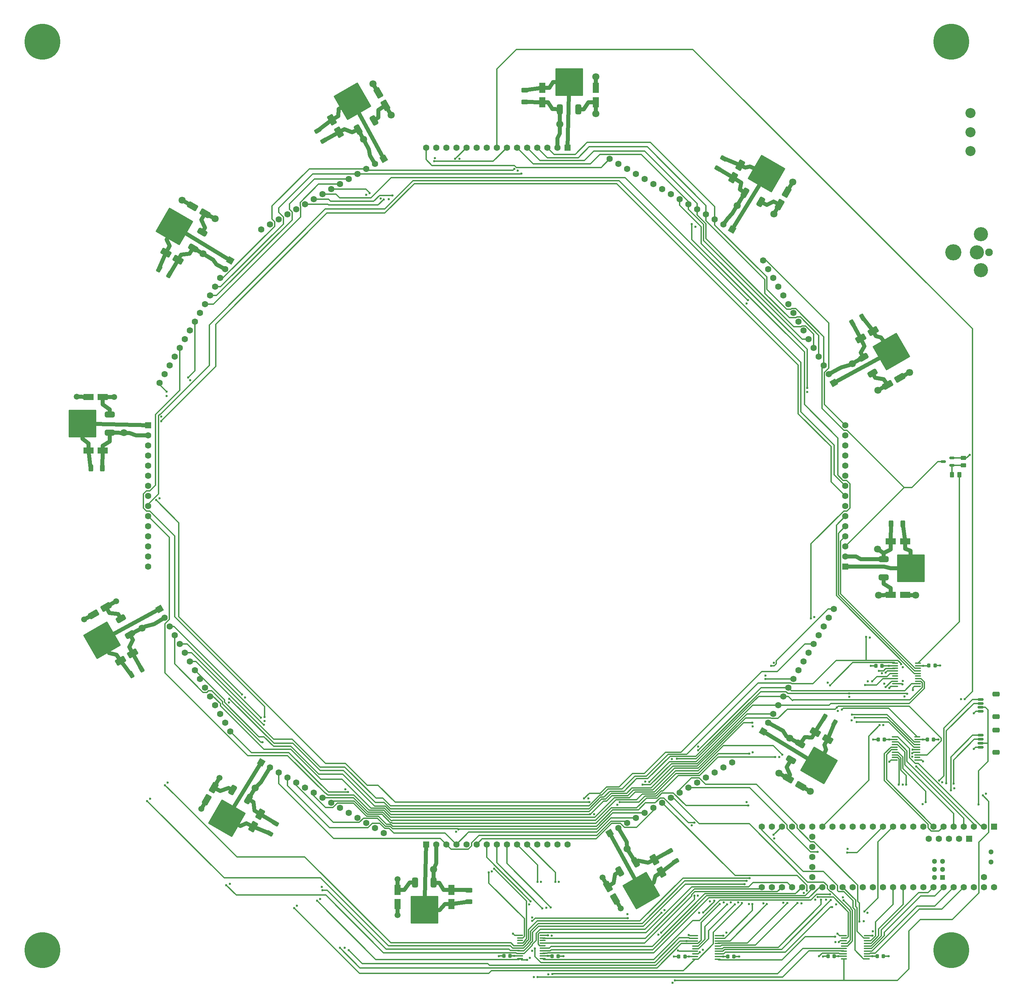
<source format=gtl>
%TF.GenerationSoftware,KiCad,Pcbnew,7.0.8-7.0.8~ubuntu22.04.1*%
%TF.CreationDate,2024-02-10T13:50:52-08:00*%
%TF.ProjectId,teensy_arena_12-12,7465656e-7379-45f6-9172-656e615f3132,rev?*%
%TF.SameCoordinates,Original*%
%TF.FileFunction,Copper,L1,Top*%
%TF.FilePolarity,Positive*%
%FSLAX46Y46*%
G04 Gerber Fmt 4.6, Leading zero omitted, Abs format (unit mm)*
G04 Created by KiCad (PCBNEW 7.0.8-7.0.8~ubuntu22.04.1) date 2024-02-10 13:50:52*
%MOMM*%
%LPD*%
G01*
G04 APERTURE LIST*
G04 Aperture macros list*
%AMRoundRect*
0 Rectangle with rounded corners*
0 $1 Rounding radius*
0 $2 $3 $4 $5 $6 $7 $8 $9 X,Y pos of 4 corners*
0 Add a 4 corners polygon primitive as box body*
4,1,4,$2,$3,$4,$5,$6,$7,$8,$9,$2,$3,0*
0 Add four circle primitives for the rounded corners*
1,1,$1+$1,$2,$3*
1,1,$1+$1,$4,$5*
1,1,$1+$1,$6,$7*
1,1,$1+$1,$8,$9*
0 Add four rect primitives between the rounded corners*
20,1,$1+$1,$2,$3,$4,$5,0*
20,1,$1+$1,$4,$5,$6,$7,0*
20,1,$1+$1,$6,$7,$8,$9,0*
20,1,$1+$1,$8,$9,$2,$3,0*%
%AMRotRect*
0 Rectangle, with rotation*
0 The origin of the aperture is its center*
0 $1 length*
0 $2 width*
0 $3 Rotation angle, in degrees counterclockwise*
0 Add horizontal line*
21,1,$1,$2,0,0,$3*%
G04 Aperture macros list end*
%TA.AperFunction,SMDPad,CuDef*%
%ADD10RoundRect,0.375000X-0.945272X0.112740X0.570272X-0.762260X0.945272X-0.112740X-0.570272X0.762260X0*%
%TD*%
%TA.AperFunction,SMDPad,CuDef*%
%ADD11RoundRect,0.175000X-4.542034X-1.217034X1.217034X-4.542034X4.542034X1.217034X-1.217034X4.542034X0*%
%TD*%
%TA.AperFunction,SMDPad,CuDef*%
%ADD12RoundRect,0.375000X-0.375000X0.875000X-0.375000X-0.875000X0.375000X-0.875000X0.375000X0.875000X0*%
%TD*%
%TA.AperFunction,SMDPad,CuDef*%
%ADD13RoundRect,0.175000X-3.325000X3.325000X-3.325000X-3.325000X3.325000X-3.325000X3.325000X3.325000X0*%
%TD*%
%TA.AperFunction,SMDPad,CuDef*%
%ADD14RoundRect,0.375000X-0.875000X-0.375000X0.875000X-0.375000X0.875000X0.375000X-0.875000X0.375000X0*%
%TD*%
%TA.AperFunction,SMDPad,CuDef*%
%ADD15RoundRect,0.175000X-3.325000X-3.325000X3.325000X-3.325000X3.325000X3.325000X-3.325000X3.325000X0*%
%TD*%
%TA.AperFunction,SMDPad,CuDef*%
%ADD16RoundRect,0.375000X-0.762260X0.570272X0.112740X-0.945272X0.762260X-0.570272X-0.112740X0.945272X0*%
%TD*%
%TA.AperFunction,SMDPad,CuDef*%
%ADD17RoundRect,0.175000X-4.542034X1.217034X-1.217034X-4.542034X4.542034X-1.217034X1.217034X4.542034X0*%
%TD*%
%TA.AperFunction,SMDPad,CuDef*%
%ADD18RoundRect,0.375000X0.875000X0.375000X-0.875000X0.375000X-0.875000X-0.375000X0.875000X-0.375000X0*%
%TD*%
%TA.AperFunction,SMDPad,CuDef*%
%ADD19RoundRect,0.175000X3.325000X3.325000X-3.325000X3.325000X-3.325000X-3.325000X3.325000X-3.325000X0*%
%TD*%
%TA.AperFunction,SMDPad,CuDef*%
%ADD20RoundRect,0.375000X-0.112740X-0.945272X0.762260X0.570272X0.112740X0.945272X-0.762260X-0.570272X0*%
%TD*%
%TA.AperFunction,SMDPad,CuDef*%
%ADD21RoundRect,0.175000X1.217034X-4.542034X4.542034X1.217034X-1.217034X4.542034X-4.542034X-1.217034X0*%
%TD*%
%TA.AperFunction,SMDPad,CuDef*%
%ADD22RoundRect,0.375000X0.570272X0.762260X-0.945272X-0.112740X-0.570272X-0.762260X0.945272X0.112740X0*%
%TD*%
%TA.AperFunction,SMDPad,CuDef*%
%ADD23RoundRect,0.175000X1.217034X4.542034X-4.542034X1.217034X-1.217034X-4.542034X4.542034X-1.217034X0*%
%TD*%
%TA.AperFunction,SMDPad,CuDef*%
%ADD24RoundRect,0.375000X0.762260X-0.570272X-0.112740X0.945272X-0.762260X0.570272X0.112740X-0.945272X0*%
%TD*%
%TA.AperFunction,SMDPad,CuDef*%
%ADD25RoundRect,0.175000X4.542034X-1.217034X1.217034X4.542034X-4.542034X1.217034X-1.217034X-4.542034X0*%
%TD*%
%TA.AperFunction,SMDPad,CuDef*%
%ADD26RoundRect,0.375000X0.945272X-0.112740X-0.570272X0.762260X-0.945272X0.112740X0.570272X-0.762260X0*%
%TD*%
%TA.AperFunction,SMDPad,CuDef*%
%ADD27RoundRect,0.175000X4.542034X1.217034X-1.217034X4.542034X-4.542034X-1.217034X1.217034X-4.542034X0*%
%TD*%
%TA.AperFunction,SMDPad,CuDef*%
%ADD28RoundRect,0.375000X0.375000X-0.875000X0.375000X0.875000X-0.375000X0.875000X-0.375000X-0.875000X0*%
%TD*%
%TA.AperFunction,SMDPad,CuDef*%
%ADD29RoundRect,0.175000X3.325000X-3.325000X3.325000X3.325000X-3.325000X3.325000X-3.325000X-3.325000X0*%
%TD*%
%TA.AperFunction,SMDPad,CuDef*%
%ADD30RoundRect,0.375000X-0.570272X-0.762260X0.945272X0.112740X0.570272X0.762260X-0.945272X-0.112740X0*%
%TD*%
%TA.AperFunction,SMDPad,CuDef*%
%ADD31RoundRect,0.175000X-1.217034X-4.542034X4.542034X-1.217034X1.217034X4.542034X-4.542034X1.217034X0*%
%TD*%
%TA.AperFunction,SMDPad,CuDef*%
%ADD32RoundRect,0.375000X0.112740X0.945272X-0.762260X-0.570272X-0.112740X-0.945272X0.762260X0.570272X0*%
%TD*%
%TA.AperFunction,SMDPad,CuDef*%
%ADD33RoundRect,0.175000X-1.217034X4.542034X-4.542034X-1.217034X1.217034X-4.542034X4.542034X1.217034X0*%
%TD*%
%TA.AperFunction,SMDPad,CuDef*%
%ADD34RoundRect,0.250000X1.184327X-0.048686X-0.634327X1.001314X-1.184327X0.048686X0.634327X-1.001314X0*%
%TD*%
%TA.AperFunction,SMDPad,CuDef*%
%ADD35RoundRect,0.250000X0.625000X-0.312500X0.625000X0.312500X-0.625000X0.312500X-0.625000X-0.312500X0*%
%TD*%
%TA.AperFunction,SMDPad,CuDef*%
%ADD36RoundRect,0.250000X0.385016X-0.583133X0.697516X-0.041867X-0.385016X0.583133X-0.697516X0.041867X0*%
%TD*%
%TA.AperFunction,SMDPad,CuDef*%
%ADD37RoundRect,0.250000X0.041867X-0.697516X0.583133X-0.385016X-0.041867X0.697516X-0.583133X0.385016X0*%
%TD*%
%TA.AperFunction,SMDPad,CuDef*%
%ADD38RoundRect,0.225000X0.225000X0.250000X-0.225000X0.250000X-0.225000X-0.250000X0.225000X-0.250000X0*%
%TD*%
%TA.AperFunction,ComponentPad*%
%ADD39C,9.000000*%
%TD*%
%TA.AperFunction,ComponentPad*%
%ADD40R,1.600000X1.600000*%
%TD*%
%TA.AperFunction,ComponentPad*%
%ADD41C,1.600000*%
%TD*%
%TA.AperFunction,ComponentPad*%
%ADD42RotRect,1.600000X1.600000X60.000000*%
%TD*%
%TA.AperFunction,SMDPad,CuDef*%
%ADD43RoundRect,0.250000X-1.050000X-0.550000X1.050000X-0.550000X1.050000X0.550000X-1.050000X0.550000X0*%
%TD*%
%TA.AperFunction,SMDPad,CuDef*%
%ADD44RoundRect,0.250000X-0.385016X0.583133X-0.697516X0.041867X0.385016X-0.583133X0.697516X-0.041867X0*%
%TD*%
%TA.AperFunction,SMDPad,CuDef*%
%ADD45RoundRect,0.250000X1.001314X-0.634327X-0.048686X1.184327X-1.001314X0.634327X0.048686X-1.184327X0*%
%TD*%
%TA.AperFunction,ComponentPad*%
%ADD46C,2.540000*%
%TD*%
%TA.AperFunction,SMDPad,CuDef*%
%ADD47RoundRect,0.100000X0.637500X0.100000X-0.637500X0.100000X-0.637500X-0.100000X0.637500X-0.100000X0*%
%TD*%
%TA.AperFunction,SMDPad,CuDef*%
%ADD48RoundRect,0.250000X0.048686X1.184327X-1.001314X-0.634327X-0.048686X-1.184327X1.001314X0.634327X0*%
%TD*%
%TA.AperFunction,SMDPad,CuDef*%
%ADD49RoundRect,0.100000X-0.637500X-0.100000X0.637500X-0.100000X0.637500X0.100000X-0.637500X0.100000X0*%
%TD*%
%TA.AperFunction,SMDPad,CuDef*%
%ADD50RoundRect,0.250000X-0.697516X-0.041867X-0.385016X-0.583133X0.697516X0.041867X0.385016X0.583133X0*%
%TD*%
%TA.AperFunction,ComponentPad*%
%ADD51RotRect,1.600000X1.600000X330.000000*%
%TD*%
%TA.AperFunction,ComponentPad*%
%ADD52RotRect,1.600000X1.600000X30.000000*%
%TD*%
%TA.AperFunction,SMDPad,CuDef*%
%ADD53RoundRect,0.250000X0.634327X1.001314X-1.184327X-0.048686X-0.634327X-1.001314X1.184327X0.048686X0*%
%TD*%
%TA.AperFunction,SMDPad,CuDef*%
%ADD54RoundRect,0.250000X-0.041867X0.697516X-0.583133X0.385016X0.041867X-0.697516X0.583133X-0.385016X0*%
%TD*%
%TA.AperFunction,SMDPad,CuDef*%
%ADD55RoundRect,0.225000X-0.225000X-0.250000X0.225000X-0.250000X0.225000X0.250000X-0.225000X0.250000X0*%
%TD*%
%TA.AperFunction,SMDPad,CuDef*%
%ADD56RoundRect,0.150000X0.625000X-0.150000X0.625000X0.150000X-0.625000X0.150000X-0.625000X-0.150000X0*%
%TD*%
%TA.AperFunction,SMDPad,CuDef*%
%ADD57RoundRect,0.250000X0.650000X-0.350000X0.650000X0.350000X-0.650000X0.350000X-0.650000X-0.350000X0*%
%TD*%
%TA.AperFunction,SMDPad,CuDef*%
%ADD58RoundRect,0.250000X-1.184327X0.048686X0.634327X-1.001314X1.184327X-0.048686X-0.634327X1.001314X0*%
%TD*%
%TA.AperFunction,SMDPad,CuDef*%
%ADD59RoundRect,0.250000X0.697516X0.041867X0.385016X0.583133X-0.697516X-0.041867X-0.385016X-0.583133X0*%
%TD*%
%TA.AperFunction,SMDPad,CuDef*%
%ADD60RoundRect,0.250000X-0.634327X-1.001314X1.184327X0.048686X0.634327X1.001314X-1.184327X-0.048686X0*%
%TD*%
%TA.AperFunction,SMDPad,CuDef*%
%ADD61RoundRect,0.150000X0.512500X0.150000X-0.512500X0.150000X-0.512500X-0.150000X0.512500X-0.150000X0*%
%TD*%
%TA.AperFunction,SMDPad,CuDef*%
%ADD62RoundRect,0.250000X-0.550000X1.050000X-0.550000X-1.050000X0.550000X-1.050000X0.550000X1.050000X0*%
%TD*%
%TA.AperFunction,ComponentPad*%
%ADD63C,3.556000*%
%TD*%
%TA.AperFunction,ComponentPad*%
%ADD64C,1.930400*%
%TD*%
%TA.AperFunction,ComponentPad*%
%ADD65C,4.064000*%
%TD*%
%TA.AperFunction,SMDPad,CuDef*%
%ADD66RoundRect,0.250000X-1.001314X0.634327X0.048686X-1.184327X1.001314X-0.634327X-0.048686X1.184327X0*%
%TD*%
%TA.AperFunction,ComponentPad*%
%ADD67RotRect,1.600000X1.600000X210.000000*%
%TD*%
%TA.AperFunction,SMDPad,CuDef*%
%ADD68RoundRect,0.250000X-0.262500X-0.450000X0.262500X-0.450000X0.262500X0.450000X-0.262500X0.450000X0*%
%TD*%
%TA.AperFunction,SMDPad,CuDef*%
%ADD69RoundRect,0.250000X0.583133X0.385016X0.041867X0.697516X-0.583133X-0.385016X-0.041867X-0.697516X0*%
%TD*%
%TA.AperFunction,ComponentPad*%
%ADD70R,1.300000X1.300000*%
%TD*%
%TA.AperFunction,ComponentPad*%
%ADD71C,1.300000*%
%TD*%
%TA.AperFunction,ComponentPad*%
%ADD72RotRect,1.600000X1.600000X240.000000*%
%TD*%
%TA.AperFunction,SMDPad,CuDef*%
%ADD73RoundRect,0.250000X-0.625000X0.312500X-0.625000X-0.312500X0.625000X-0.312500X0.625000X0.312500X0*%
%TD*%
%TA.AperFunction,ComponentPad*%
%ADD74RotRect,1.600000X1.600000X300.000000*%
%TD*%
%TA.AperFunction,SMDPad,CuDef*%
%ADD75RoundRect,0.250000X-0.312500X-0.625000X0.312500X-0.625000X0.312500X0.625000X-0.312500X0.625000X0*%
%TD*%
%TA.AperFunction,SMDPad,CuDef*%
%ADD76RoundRect,0.250000X1.050000X0.550000X-1.050000X0.550000X-1.050000X-0.550000X1.050000X-0.550000X0*%
%TD*%
%TA.AperFunction,SMDPad,CuDef*%
%ADD77RoundRect,0.250000X-0.048686X-1.184327X1.001314X0.634327X0.048686X1.184327X-1.001314X-0.634327X0*%
%TD*%
%TA.AperFunction,SMDPad,CuDef*%
%ADD78RoundRect,0.250000X0.312500X0.625000X-0.312500X0.625000X-0.312500X-0.625000X0.312500X-0.625000X0*%
%TD*%
%TA.AperFunction,SMDPad,CuDef*%
%ADD79RoundRect,0.250000X0.550000X-1.050000X0.550000X1.050000X-0.550000X1.050000X-0.550000X-1.050000X0*%
%TD*%
%TA.AperFunction,ComponentPad*%
%ADD80RotRect,1.600000X1.600000X120.000000*%
%TD*%
%TA.AperFunction,SMDPad,CuDef*%
%ADD81RoundRect,0.250000X-0.583133X-0.385016X-0.041867X-0.697516X0.583133X0.385016X0.041867X0.697516X0*%
%TD*%
%TA.AperFunction,ComponentPad*%
%ADD82RotRect,1.600000X1.600000X150.000000*%
%TD*%
%TA.AperFunction,SMDPad,CuDef*%
%ADD83RoundRect,0.250000X-0.450000X0.262500X-0.450000X-0.262500X0.450000X-0.262500X0.450000X0.262500X0*%
%TD*%
%TA.AperFunction,ViaPad*%
%ADD84C,1.800000*%
%TD*%
%TA.AperFunction,ViaPad*%
%ADD85C,0.600000*%
%TD*%
%TA.AperFunction,ViaPad*%
%ADD86C,1.500000*%
%TD*%
%TA.AperFunction,Conductor*%
%ADD87C,1.000000*%
%TD*%
%TA.AperFunction,Conductor*%
%ADD88C,0.300000*%
%TD*%
G04 APERTURE END LIST*
D10*
%TO.P,U17,1,GND*%
%TO.N,GND*%
X254120591Y-240226916D03*
D11*
%TO.P,U17,2,VO*%
%TO.N,/Panel Headers/POW.5V_HDR_12*%
X258902865Y-245643774D03*
D10*
%TO.P,U17,3,VI*%
%TO.N,VCC*%
X251820591Y-244210632D03*
%TD*%
D12*
%TO.P,U15,1,GND*%
%TO.N,GND*%
X161897000Y-275109028D03*
D13*
%TO.P,U15,2,VO*%
%TO.N,/Panel Headers/POW.5V_HDR_10*%
X159597000Y-281959028D03*
D12*
%TO.P,U15,3,VI*%
%TO.N,VCC*%
X157297000Y-275109028D03*
%TD*%
D14*
%TO.P,U6,1,GND*%
%TO.N,GND*%
X275109028Y-193703000D03*
D15*
%TO.P,U6,2,VO*%
%TO.N,/Panel Headers/POW.5V_HDR_1*%
X281959028Y-196003000D03*
D14*
%TO.P,U6,3,VI*%
%TO.N,VCC*%
X275109028Y-198303000D03*
%TD*%
D16*
%TO.P,U16,1,GND*%
%TO.N,GND*%
X212682112Y-270023591D03*
D17*
%TO.P,U16,2,VO*%
%TO.N,/Panel Headers/POW.5V_HDR_11*%
X214115254Y-277105865D03*
D16*
%TO.P,U16,3,VI*%
%TO.N,VCC*%
X208698396Y-272323591D03*
%TD*%
D18*
%TO.P,U12,1,GND*%
%TO.N,GND*%
X80490971Y-161897000D03*
D19*
%TO.P,U12,2,VO*%
%TO.N,/Panel Headers/POW.5V_HDR_7*%
X73640971Y-159597000D03*
D18*
%TO.P,U12,3,VI*%
%TO.N,VCC*%
X80490971Y-157297000D03*
%TD*%
D20*
%TO.P,U8,1,GND*%
%TO.N,GND*%
X240226916Y-101479408D03*
D21*
%TO.P,U8,2,VO*%
%TO.N,/Panel Headers/POW.5V_HDR_3*%
X245643774Y-96697134D03*
D20*
%TO.P,U8,3,VI*%
%TO.N,VCC*%
X244210632Y-103779408D03*
%TD*%
D22*
%TO.P,U13,1,GND*%
%TO.N,GND*%
X85576408Y-212682112D03*
D23*
%TO.P,U13,2,VO*%
%TO.N,/Panel Headers/POW.5V_HDR_8*%
X78494134Y-214115254D03*
D22*
%TO.P,U13,3,VI*%
%TO.N,VCC*%
X83276408Y-208698396D03*
%TD*%
D24*
%TO.P,U10,1,GND*%
%TO.N,GND*%
X142917887Y-85576408D03*
D25*
%TO.P,U10,2,VO*%
%TO.N,/Panel Headers/POW.5V_HDR_5*%
X141484745Y-78494134D03*
D24*
%TO.P,U10,3,VI*%
%TO.N,VCC*%
X146901603Y-83276408D03*
%TD*%
D26*
%TO.P,U11,1,GND*%
%TO.N,GND*%
X101479408Y-115373083D03*
D27*
%TO.P,U11,2,VO*%
%TO.N,/Panel Headers/POW.5V_HDR_6*%
X96697134Y-109956225D03*
D26*
%TO.P,U11,3,VI*%
%TO.N,VCC*%
X103779408Y-111389367D03*
%TD*%
D28*
%TO.P,U9,1,GND*%
%TO.N,GND*%
X193703000Y-80490971D03*
D29*
%TO.P,U9,2,VO*%
%TO.N,/Panel Headers/POW.5V_HDR_4*%
X196003000Y-73640971D03*
D28*
%TO.P,U9,3,VI*%
%TO.N,VCC*%
X198303000Y-80490971D03*
%TD*%
D30*
%TO.P,U7,1,GND*%
%TO.N,GND*%
X270023591Y-142917887D03*
D31*
%TO.P,U7,2,VO*%
%TO.N,/Panel Headers/POW.5V_HDR_2*%
X277105865Y-141484745D03*
D30*
%TO.P,U7,3,VI*%
%TO.N,VCC*%
X272323591Y-146901603D03*
%TD*%
D32*
%TO.P,U14,1,GND*%
%TO.N,GND*%
X115373083Y-254120591D03*
D33*
%TO.P,U14,2,VO*%
%TO.N,/Panel Headers/POW.5V_HDR_9*%
X109956225Y-258902865D03*
D32*
%TO.P,U14,3,VI*%
%TO.N,VCC*%
X111389367Y-251820591D03*
%TD*%
D34*
%TO.P,C21,1*%
%TO.N,VCC*%
X104438393Y-106657972D03*
%TO.P,C21,2*%
%TO.N,GND*%
X101320701Y-104857972D03*
%TD*%
D35*
%TO.P,R12,1*%
%TO.N,/Panel Headers/POW.5V_HDR_10*%
X170774000Y-279912528D03*
%TO.P,R12,2*%
%TO.N,GND*%
X170774000Y-276987528D03*
%TD*%
D36*
%TO.P,R11,1*%
%TO.N,/Panel Headers/POW.5V_HDR_9*%
X120659041Y-262719043D03*
%TO.P,R11,2*%
%TO.N,GND*%
X122121541Y-260185919D03*
%TD*%
D37*
%TO.P,R10,1*%
%TO.N,/Panel Headers/POW.5V_HDR_8*%
X85854956Y-222771569D03*
%TO.P,R10,2*%
%TO.N,GND*%
X88388080Y-221309069D03*
%TD*%
D38*
%TO.P,C3,1*%
%TO.N,+3.3V*%
X275320000Y-239080000D03*
%TO.P,C3,2*%
%TO.N,GND*%
X273770000Y-239080000D03*
%TD*%
D39*
%TO.P,H1,1,1*%
%TO.N,GND*%
X63500000Y-63500000D03*
%TD*%
D40*
%TO.P,P10,1*%
%TO.N,/Panel Headers/POW.5V_HDR_10*%
X160019999Y-265474028D03*
D41*
%TO.P,P10,2*%
%TO.N,GND*%
X162559999Y-265474028D03*
%TO.P,P10,3*%
%TO.N,/Panel Headers/RESET*%
X165099999Y-265474028D03*
%TO.P,P10,4*%
%TO.N,/Level Shifters/PAN5V.SCK_1*%
X167639999Y-265474028D03*
%TO.P,P10,5*%
%TO.N,/Level Shifters/PAN5V.MOSI_1*%
X170179999Y-265474028D03*
%TO.P,P10,6*%
%TO.N,/Level Shifters/PAN5V.MISO_1*%
X172719999Y-265474028D03*
%TO.P,P10,7*%
%TO.N,/Level Shifters/PAN5V.CS_15*%
X175259999Y-265474028D03*
%TO.P,P10,8*%
%TO.N,/Level Shifters/PAN5V.CS_16*%
X177799999Y-265474028D03*
%TO.P,P10,9*%
%TO.N,/Level Shifters/PAN5V.CS_17*%
X180339999Y-265474028D03*
%TO.P,P10,10*%
%TO.N,/Level Shifters/PAN5V.CS_18*%
X182879999Y-265474028D03*
%TO.P,P10,11*%
%TO.N,/Level Shifters/PAN5V.CS_19*%
X185419999Y-265474028D03*
%TO.P,P10,12*%
%TO.N,unconnected-(P10-Pad12)*%
X187959999Y-265474028D03*
%TO.P,P10,13*%
%TO.N,unconnected-(P10-Pad13)*%
X190499999Y-265474028D03*
%TO.P,P10,14*%
%TO.N,unconnected-(P10-Pad14)*%
X193039999Y-265474028D03*
%TO.P,P10,15*%
%TO.N,/Level Shifters/PAN5V.EXT_INT*%
X195579999Y-265474028D03*
%TD*%
D38*
%TO.P,C6,1*%
%TO.N,+5V*%
X225130000Y-293684000D03*
%TO.P,C6,2*%
%TO.N,GND*%
X223580000Y-293684000D03*
%TD*%
D42*
%TO.P,P12,1*%
%TO.N,/Panel Headers/POW.5V_HDR_12*%
X244837936Y-237034946D03*
D41*
%TO.P,P12,2*%
%TO.N,GND*%
X246107936Y-234835241D03*
%TO.P,P12,3*%
%TO.N,/Panel Headers/RESET*%
X247377936Y-232635537D03*
%TO.P,P12,4*%
%TO.N,/Level Shifters/PAN5V.SCK_1*%
X248647936Y-230435832D03*
%TO.P,P12,5*%
%TO.N,/Level Shifters/PAN5V.MOSI_1*%
X249917936Y-228236128D03*
%TO.P,P12,6*%
%TO.N,/Level Shifters/PAN5V.MISO_1*%
X251187936Y-226036423D03*
%TO.P,P12,7*%
%TO.N,/Level Shifters/PAN5V.CS_25*%
X252457936Y-223836719D03*
%TO.P,P12,8*%
%TO.N,/Level Shifters/PAN5V.CS_26*%
X253727936Y-221637014D03*
%TO.P,P12,9*%
%TO.N,/Level Shifters/PAN5V.CS_27*%
X254997936Y-219437309D03*
%TO.P,P12,10*%
%TO.N,/Level Shifters/PAN5V.CS_28*%
X256267936Y-217237605D03*
%TO.P,P12,11*%
%TO.N,/Level Shifters/PAN5V.CS_29*%
X257537936Y-215037900D03*
%TO.P,P12,12*%
%TO.N,unconnected-(P12-Pad12)*%
X258807936Y-212838196D03*
%TO.P,P12,13*%
%TO.N,unconnected-(P12-Pad13)*%
X260077936Y-210638491D03*
%TO.P,P12,14*%
%TO.N,unconnected-(P12-Pad14)*%
X261347936Y-208438787D03*
%TO.P,P12,15*%
%TO.N,/Level Shifters/PAN5V.EXT_INT*%
X262617936Y-206239082D03*
%TD*%
D40*
%TO.P,P7,1*%
%TO.N,/Panel Headers/POW.5V_HDR_7*%
X90125971Y-160020000D03*
D41*
%TO.P,P7,2*%
%TO.N,GND*%
X90125971Y-162560000D03*
%TO.P,P7,3*%
%TO.N,/Panel Headers/RESET*%
X90125971Y-165100000D03*
%TO.P,P7,4*%
%TO.N,/Level Shifters/PAN5V.SCK_1*%
X90125971Y-167640000D03*
%TO.P,P7,5*%
%TO.N,/Level Shifters/PAN5V.MOSI_1*%
X90125971Y-170180000D03*
%TO.P,P7,6*%
%TO.N,/Level Shifters/PAN5V.MISO_1*%
X90125971Y-172720000D03*
%TO.P,P7,7*%
%TO.N,/Level Shifters/PAN5V.CS_00*%
X90125971Y-175260000D03*
%TO.P,P7,8*%
%TO.N,/Level Shifters/PAN5V.CS_01*%
X90125971Y-177800000D03*
%TO.P,P7,9*%
%TO.N,/Level Shifters/PAN5V.CS_02*%
X90125971Y-180340000D03*
%TO.P,P7,10*%
%TO.N,/Level Shifters/PAN5V.CS_03*%
X90125971Y-182880000D03*
%TO.P,P7,11*%
%TO.N,/Level Shifters/PAN5V.CS_04*%
X90125971Y-185420000D03*
%TO.P,P7,12*%
%TO.N,unconnected-(P7-Pad12)*%
X90125971Y-187960000D03*
%TO.P,P7,13*%
%TO.N,unconnected-(P7-Pad13)*%
X90125971Y-190500000D03*
%TO.P,P7,14*%
%TO.N,unconnected-(P7-Pad14)*%
X90125971Y-193040000D03*
%TO.P,P7,15*%
%TO.N,/Level Shifters/PAN5V.EXT_INT*%
X90125971Y-195580000D03*
%TD*%
D43*
%TO.P,C24,1*%
%TO.N,/Panel Headers/POW.5V_HDR_7*%
X75095971Y-166370000D03*
%TO.P,C24,2*%
%TO.N,GND*%
X78695971Y-166370000D03*
%TD*%
D44*
%TO.P,R5,1*%
%TO.N,/Panel Headers/POW.5V_HDR_3*%
X234940958Y-92880956D03*
%TO.P,R5,2*%
%TO.N,GND*%
X233478458Y-95414080D03*
%TD*%
D45*
%TO.P,C19,1*%
%TO.N,VCC*%
X149837998Y-79508393D03*
%TO.P,C19,2*%
%TO.N,GND*%
X148037998Y-76390701D03*
%TD*%
D43*
%TO.P,C11,1*%
%TO.N,VCC*%
X276904028Y-202730000D03*
%TO.P,C11,2*%
%TO.N,GND*%
X280504028Y-202730000D03*
%TD*%
D46*
%TO.P,SW1,1,A*%
%TO.N,Net-(SW1-A)*%
X296960000Y-90982800D03*
%TO.P,SW1,2,B*%
%TO.N,VCC*%
X296960000Y-86233000D03*
%TO.P,SW1,3,C*%
%TO.N,GND*%
X296960000Y-81483200D03*
%TD*%
D47*
%TO.P,U3,1,A1*%
%TO.N,/Level Shifters/PAN3V.CS_08*%
X233402100Y-294342600D03*
%TO.P,U3,2,VCCA*%
%TO.N,+3.3V*%
X233402100Y-293692600D03*
%TO.P,U3,3,A2*%
%TO.N,/Level Shifters/PAN3V.CS_09*%
X233402100Y-293042600D03*
%TO.P,U3,4,A3*%
%TO.N,/Level Shifters/PAN3V.CS_10*%
X233402100Y-292392600D03*
%TO.P,U3,5,A4*%
%TO.N,/Level Shifters/PAN3V.CS_11*%
X233402100Y-291742600D03*
%TO.P,U3,6,A5*%
%TO.N,/Level Shifters/PAN3V.CS_12*%
X233402100Y-291092600D03*
%TO.P,U3,7,A6*%
%TO.N,/Level Shifters/PAN3V.CS_13*%
X233402100Y-290442600D03*
%TO.P,U3,8,A7*%
%TO.N,/Level Shifters/PAN3V.CS_14*%
X233402100Y-289792600D03*
%TO.P,U3,9,A8*%
%TO.N,/Level Shifters/PAN3V.CS_15*%
X233402100Y-289142600D03*
%TO.P,U3,10,OE*%
%TO.N,+3.3V*%
X233402100Y-288492600D03*
%TO.P,U3,11,GND*%
%TO.N,GND*%
X227677100Y-288492600D03*
%TO.P,U3,12,B8*%
%TO.N,/Level Shifters/PAN5V.CS_15*%
X227677100Y-289142600D03*
%TO.P,U3,13,B7*%
%TO.N,/Level Shifters/PAN5V.CS_14*%
X227677100Y-289792600D03*
%TO.P,U3,14,B6*%
%TO.N,/Level Shifters/PAN5V.CS_13*%
X227677100Y-290442600D03*
%TO.P,U3,15,B5*%
%TO.N,/Level Shifters/PAN5V.CS_12*%
X227677100Y-291092600D03*
%TO.P,U3,16,B4*%
%TO.N,/Level Shifters/PAN5V.CS_11*%
X227677100Y-291742600D03*
%TO.P,U3,17,B3*%
%TO.N,/Level Shifters/PAN5V.CS_10*%
X227677100Y-292392600D03*
%TO.P,U3,18,B2*%
%TO.N,/Level Shifters/PAN5V.CS_09*%
X227677100Y-293042600D03*
%TO.P,U3,19,VCCB*%
%TO.N,+5V*%
X227677100Y-293692600D03*
%TO.P,U3,20,B1*%
%TO.N,/Level Shifters/PAN5V.CS_08*%
X227677100Y-294342600D03*
%TD*%
D48*
%TO.P,C27,1*%
%TO.N,VCC*%
X106657972Y-251161606D03*
%TO.P,C27,2*%
%TO.N,GND*%
X104857972Y-254279298D03*
%TD*%
D38*
%TO.P,C8,1*%
%TO.N,+5V*%
X262687000Y-293654000D03*
%TO.P,C8,2*%
%TO.N,GND*%
X261137000Y-293654000D03*
%TD*%
D49*
%TO.P,U2,1,A1*%
%TO.N,/Level Shifters/PAN3V.CS_00*%
X277878400Y-238414800D03*
%TO.P,U2,2,VCCA*%
%TO.N,+3.3V*%
X277878400Y-239064800D03*
%TO.P,U2,3,A2*%
%TO.N,/Level Shifters/PAN3V.CS_01*%
X277878400Y-239714800D03*
%TO.P,U2,4,A3*%
%TO.N,/Level Shifters/PAN3V.CS_02*%
X277878400Y-240364800D03*
%TO.P,U2,5,A4*%
%TO.N,/Level Shifters/PAN3V.CS_03*%
X277878400Y-241014800D03*
%TO.P,U2,6,A5*%
%TO.N,/Level Shifters/PAN3V.CS_04*%
X277878400Y-241664800D03*
%TO.P,U2,7,A6*%
%TO.N,/Level Shifters/PAN3V.CS_05*%
X277878400Y-242314800D03*
%TO.P,U2,8,A7*%
%TO.N,/Level Shifters/PAN3V.CS_06*%
X277878400Y-242964800D03*
%TO.P,U2,9,A8*%
%TO.N,/Level Shifters/PAN3V.CS_07*%
X277878400Y-243614800D03*
%TO.P,U2,10,OE*%
%TO.N,+3.3V*%
X277878400Y-244264800D03*
%TO.P,U2,11,GND*%
%TO.N,GND*%
X283603400Y-244264800D03*
%TO.P,U2,12,B8*%
%TO.N,/Level Shifters/PAN5V.CS_07*%
X283603400Y-243614800D03*
%TO.P,U2,13,B7*%
%TO.N,/Level Shifters/PAN5V.CS_06*%
X283603400Y-242964800D03*
%TO.P,U2,14,B6*%
%TO.N,/Level Shifters/PAN5V.CS_05*%
X283603400Y-242314800D03*
%TO.P,U2,15,B5*%
%TO.N,/Level Shifters/PAN5V.CS_04*%
X283603400Y-241664800D03*
%TO.P,U2,16,B4*%
%TO.N,/Level Shifters/PAN5V.CS_03*%
X283603400Y-241014800D03*
%TO.P,U2,17,B3*%
%TO.N,/Level Shifters/PAN5V.CS_02*%
X283603400Y-240364800D03*
%TO.P,U2,18,B2*%
%TO.N,/Level Shifters/PAN5V.CS_01*%
X283603400Y-239714800D03*
%TO.P,U2,19,VCCB*%
%TO.N,+5V*%
X283603400Y-239064800D03*
%TO.P,U2,20,B1*%
%TO.N,/Level Shifters/PAN5V.CS_00*%
X283603400Y-238414800D03*
%TD*%
D50*
%TO.P,R7,1*%
%TO.N,/Panel Headers/POW.5V_HDR_5*%
X132828430Y-85854956D03*
%TO.P,R7,2*%
%TO.N,GND*%
X134290930Y-88388080D03*
%TD*%
D51*
%TO.P,P9,1*%
%TO.N,/Panel Headers/POW.5V_HDR_9*%
X118565053Y-244837936D03*
D41*
%TO.P,P9,2*%
%TO.N,GND*%
X120764758Y-246107936D03*
%TO.P,P9,3*%
%TO.N,/Panel Headers/RESET*%
X122964462Y-247377936D03*
%TO.P,P9,4*%
%TO.N,/Level Shifters/PAN5V.SCK_1*%
X125164167Y-248647936D03*
%TO.P,P9,5*%
%TO.N,/Level Shifters/PAN5V.MOSI_1*%
X127363871Y-249917936D03*
%TO.P,P9,6*%
%TO.N,/Level Shifters/PAN5V.MISO_1*%
X129563576Y-251187936D03*
%TO.P,P9,7*%
%TO.N,/Level Shifters/PAN5V.CS_10*%
X131763280Y-252457936D03*
%TO.P,P9,8*%
%TO.N,/Level Shifters/PAN5V.CS_11*%
X133962985Y-253727936D03*
%TO.P,P9,9*%
%TO.N,/Level Shifters/PAN5V.CS_12*%
X136162690Y-254997936D03*
%TO.P,P9,10*%
%TO.N,/Level Shifters/PAN5V.CS_13*%
X138362394Y-256267936D03*
%TO.P,P9,11*%
%TO.N,/Level Shifters/PAN5V.CS_14*%
X140562099Y-257537936D03*
%TO.P,P9,12*%
%TO.N,unconnected-(P9-Pad12)*%
X142761803Y-258807936D03*
%TO.P,P9,13*%
%TO.N,unconnected-(P9-Pad13)*%
X144961508Y-260077936D03*
%TO.P,P9,14*%
%TO.N,unconnected-(P9-Pad14)*%
X147161212Y-261347936D03*
%TO.P,P9,15*%
%TO.N,/Level Shifters/PAN5V.EXT_INT*%
X149360917Y-262617936D03*
%TD*%
D52*
%TO.P,P11,1*%
%TO.N,/Panel Headers/POW.5V_HDR_11*%
X206239082Y-262617936D03*
D41*
%TO.P,P11,2*%
%TO.N,GND*%
X208438787Y-261347936D03*
%TO.P,P11,3*%
%TO.N,/Panel Headers/RESET*%
X210638491Y-260077936D03*
%TO.P,P11,4*%
%TO.N,/Level Shifters/PAN5V.SCK_1*%
X212838196Y-258807936D03*
%TO.P,P11,5*%
%TO.N,/Level Shifters/PAN5V.MOSI_1*%
X215037900Y-257537936D03*
%TO.P,P11,6*%
%TO.N,/Level Shifters/PAN5V.MISO_1*%
X217237605Y-256267936D03*
%TO.P,P11,7*%
%TO.N,/Level Shifters/PAN5V.CS_20*%
X219437309Y-254997936D03*
%TO.P,P11,8*%
%TO.N,/Level Shifters/PAN5V.CS_21*%
X221637014Y-253727936D03*
%TO.P,P11,9*%
%TO.N,/Level Shifters/PAN5V.CS_22*%
X223836719Y-252457936D03*
%TO.P,P11,10*%
%TO.N,/Level Shifters/PAN5V.CS_23*%
X226036423Y-251187936D03*
%TO.P,P11,11*%
%TO.N,/Level Shifters/PAN5V.CS_24*%
X228236128Y-249917936D03*
%TO.P,P11,12*%
%TO.N,unconnected-(P11-Pad12)*%
X230435832Y-248647936D03*
%TO.P,P11,13*%
%TO.N,unconnected-(P11-Pad13)*%
X232635537Y-247377936D03*
%TO.P,P11,14*%
%TO.N,unconnected-(P11-Pad14)*%
X234835241Y-246107936D03*
%TO.P,P11,15*%
%TO.N,/Level Shifters/PAN5V.EXT_INT*%
X237034946Y-244837936D03*
%TD*%
D53*
%TO.P,C14,1*%
%TO.N,/Panel Headers/POW.5V_HDR_2*%
X272459298Y-136346655D03*
%TO.P,C14,2*%
%TO.N,GND*%
X269341606Y-138146655D03*
%TD*%
D54*
%TO.P,R4,1*%
%TO.N,/Panel Headers/POW.5V_HDR_2*%
X269745043Y-132828430D03*
%TO.P,R4,2*%
%TO.N,GND*%
X267211919Y-134290930D03*
%TD*%
D55*
%TO.P,C9,1*%
%TO.N,+3.3V*%
X191729000Y-293604000D03*
%TO.P,C9,2*%
%TO.N,GND*%
X193279000Y-293604000D03*
%TD*%
D56*
%TO.P,J3,1,Pin_1*%
%TO.N,GND*%
X299500000Y-232005000D03*
%TO.P,J3,2,Pin_2*%
%TO.N,+3.3V*%
X299500000Y-231005000D03*
%TO.P,J3,3,Pin_3*%
%TO.N,/Teensy/A0*%
X299500000Y-230005000D03*
%TO.P,J3,4,Pin_4*%
%TO.N,/Teensy/A1*%
X299500000Y-229005000D03*
D57*
%TO.P,J3,MP*%
%TO.N,N/C*%
X303375000Y-233305000D03*
X303375000Y-227705000D03*
%TD*%
D55*
%TO.P,C2,1*%
%TO.N,+5V*%
X286499000Y-220472000D03*
%TO.P,C2,2*%
%TO.N,GND*%
X288049000Y-220472000D03*
%TD*%
%TO.P,C5,1*%
%TO.N,+3.3V*%
X235915000Y-293674000D03*
%TO.P,C5,2*%
%TO.N,GND*%
X237465000Y-293674000D03*
%TD*%
D58*
%TO.P,C22,1*%
%TO.N,/Panel Headers/POW.5V_HDR_6*%
X94570701Y-116549315D03*
%TO.P,C22,2*%
%TO.N,GND*%
X97688393Y-118349315D03*
%TD*%
D59*
%TO.P,R13,1*%
%TO.N,/Panel Headers/POW.5V_HDR_11*%
X222771569Y-269745043D03*
%TO.P,R13,2*%
%TO.N,GND*%
X221309069Y-267211919D03*
%TD*%
D38*
%TO.P,C10,1*%
%TO.N,+5V*%
X181129000Y-293564000D03*
%TO.P,C10,2*%
%TO.N,GND*%
X179579000Y-293564000D03*
%TD*%
D48*
%TO.P,C16,1*%
%TO.N,/Panel Headers/POW.5V_HDR_3*%
X239050684Y-94570701D03*
%TO.P,C16,2*%
%TO.N,GND*%
X237250684Y-97688393D03*
%TD*%
D60*
%TO.P,C26,1*%
%TO.N,/Panel Headers/POW.5V_HDR_8*%
X83140701Y-219253344D03*
%TO.P,C26,2*%
%TO.N,GND*%
X86258393Y-217453344D03*
%TD*%
D39*
%TO.P,H3,1,1*%
%TO.N,GND*%
X292100000Y-292100000D03*
%TD*%
D49*
%TO.P,U1,1,A1*%
%TO.N,/Level Shifters/PAN3V.RESET*%
X277993000Y-219874000D03*
%TO.P,U1,2,VCCA*%
%TO.N,+3.3V*%
X277993000Y-220524000D03*
%TO.P,U1,3,A2*%
%TO.N,/Level Shifters/PAN3V.SCK_0*%
X277993000Y-221174000D03*
%TO.P,U1,4,A3*%
%TO.N,/Level Shifters/PAN3V.MOSI_0*%
X277993000Y-221824000D03*
%TO.P,U1,5,A4*%
%TO.N,/Level Shifters/PAN3V.MISO_0*%
X277993000Y-222474000D03*
%TO.P,U1,6,A5*%
%TO.N,unconnected-(U1-A5-Pad6)*%
X277993000Y-223124000D03*
%TO.P,U1,7,A6*%
%TO.N,/Level Shifters/PAN3V.SCK_1*%
X277993000Y-223774000D03*
%TO.P,U1,8,A7*%
%TO.N,/Level Shifters/PAN3V.MOSI_1*%
X277993000Y-224424000D03*
%TO.P,U1,9,A8*%
%TO.N,/Level Shifters/PAN3V.MISO_1*%
X277993000Y-225074000D03*
%TO.P,U1,10,OE*%
%TO.N,+3.3V*%
X277993000Y-225724000D03*
%TO.P,U1,11,GND*%
%TO.N,GND*%
X283718000Y-225724000D03*
%TO.P,U1,12,B8*%
%TO.N,/Level Shifters/PAN5V.MISO_1*%
X283718000Y-225074000D03*
%TO.P,U1,13,B7*%
%TO.N,/Level Shifters/PAN5V.MOSI_1*%
X283718000Y-224424000D03*
%TO.P,U1,14,B6*%
%TO.N,/Level Shifters/PAN5V.SCK_1*%
X283718000Y-223774000D03*
%TO.P,U1,15,B5*%
%TO.N,unconnected-(U1-B5-Pad15)*%
X283718000Y-223124000D03*
%TO.P,U1,16,B4*%
%TO.N,/Level Shifters/PAN5V.MISO_0*%
X283718000Y-222474000D03*
%TO.P,U1,17,B3*%
%TO.N,/Level Shifters/PAN5V.MOSI_0*%
X283718000Y-221824000D03*
%TO.P,U1,18,B2*%
%TO.N,/Level Shifters/PAN5V.SCK_0*%
X283718000Y-221174000D03*
%TO.P,U1,19,VCCB*%
%TO.N,+5V*%
X283718000Y-220524000D03*
%TO.P,U1,20,B1*%
%TO.N,/Level Shifters/PAN5V.RESET*%
X283718000Y-219874000D03*
%TD*%
D61*
%TO.P,Q2,1,G*%
%TO.N,Net-(Q2-G)*%
X292343000Y-170114000D03*
%TO.P,Q2,2,S*%
%TO.N,GND*%
X292343000Y-168214000D03*
%TO.P,Q2,3,D*%
%TO.N,/Panel Headers/RESET*%
X290068000Y-169164000D03*
%TD*%
D39*
%TO.P,H4,1,1*%
%TO.N,GND*%
X63500000Y-292100000D03*
%TD*%
D62*
%TO.P,C29,1*%
%TO.N,VCC*%
X152870000Y-276904028D03*
%TO.P,C29,2*%
%TO.N,GND*%
X152870000Y-280504028D03*
%TD*%
D63*
%TO.P,J1,*%
%TO.N,*%
X299596200Y-111963200D03*
D64*
X301602800Y-116459000D03*
D63*
X299596200Y-120954800D03*
D65*
%TO.P,J1,1*%
%TO.N,Net-(SW1-A)*%
X292611200Y-116459000D03*
D63*
%TO.P,J1,2*%
%TO.N,GND*%
X298605600Y-116459000D03*
%TD*%
D66*
%TO.P,C31,1*%
%TO.N,VCC*%
X205762001Y-276091606D03*
%TO.P,C31,2*%
%TO.N,GND*%
X207562001Y-279209298D03*
%TD*%
D67*
%TO.P,P5,1*%
%TO.N,/Panel Headers/POW.5V_HDR_5*%
X149360917Y-92982063D03*
D41*
%TO.P,P5,2*%
%TO.N,GND*%
X147161212Y-94252063D03*
%TO.P,P5,3*%
%TO.N,/Panel Headers/RESET*%
X144961508Y-95522063D03*
%TO.P,P5,4*%
%TO.N,/Level Shifters/PAN5V.SCK_0*%
X142761803Y-96792063D03*
%TO.P,P5,5*%
%TO.N,/Level Shifters/PAN5V.MOSI_0*%
X140562099Y-98062063D03*
%TO.P,P5,6*%
%TO.N,/Level Shifters/PAN5V.MISO_0*%
X138362394Y-99332063D03*
%TO.P,P5,7*%
%TO.N,/Level Shifters/PAN5V.CS_20*%
X136162690Y-100602063D03*
%TO.P,P5,8*%
%TO.N,/Level Shifters/PAN5V.CS_21*%
X133962985Y-101872063D03*
%TO.P,P5,9*%
%TO.N,/Level Shifters/PAN5V.CS_22*%
X131763280Y-103142063D03*
%TO.P,P5,10*%
%TO.N,/Level Shifters/PAN5V.CS_23*%
X129563576Y-104412063D03*
%TO.P,P5,11*%
%TO.N,/Level Shifters/PAN5V.CS_24*%
X127363871Y-105682063D03*
%TO.P,P5,12*%
%TO.N,unconnected-(P5-Pad12)*%
X125164167Y-106952063D03*
%TO.P,P5,13*%
%TO.N,unconnected-(P5-Pad13)*%
X122964462Y-108222063D03*
%TO.P,P5,14*%
%TO.N,unconnected-(P5-Pad14)*%
X120764758Y-109492063D03*
%TO.P,P5,15*%
%TO.N,/Level Shifters/PAN5V.EXT_INT*%
X118565053Y-110762063D03*
%TD*%
D47*
%TO.P,U4,1,A1*%
%TO.N,/Level Shifters/PAN3V.CS_16*%
X270845100Y-294291800D03*
%TO.P,U4,2,VCCA*%
%TO.N,+3.3V*%
X270845100Y-293641800D03*
%TO.P,U4,3,A2*%
%TO.N,/Level Shifters/PAN3V.CS_17*%
X270845100Y-292991800D03*
%TO.P,U4,4,A3*%
%TO.N,/Level Shifters/PAN3V.CS_18*%
X270845100Y-292341800D03*
%TO.P,U4,5,A4*%
%TO.N,/Level Shifters/PAN3V.CS_19*%
X270845100Y-291691800D03*
%TO.P,U4,6,A5*%
%TO.N,/Level Shifters/PAN3V.CS_20*%
X270845100Y-291041800D03*
%TO.P,U4,7,A6*%
%TO.N,/Level Shifters/PAN3V.CS_21*%
X270845100Y-290391800D03*
%TO.P,U4,8,A7*%
%TO.N,/Level Shifters/PAN3V.CS_22*%
X270845100Y-289741800D03*
%TO.P,U4,9,A8*%
%TO.N,/Level Shifters/PAN3V.CS_23*%
X270845100Y-289091800D03*
%TO.P,U4,10,OE*%
%TO.N,+3.3V*%
X270845100Y-288441800D03*
%TO.P,U4,11,GND*%
%TO.N,GND*%
X265120100Y-288441800D03*
%TO.P,U4,12,B8*%
%TO.N,/Level Shifters/PAN5V.CS_23*%
X265120100Y-289091800D03*
%TO.P,U4,13,B7*%
%TO.N,/Level Shifters/PAN5V.CS_22*%
X265120100Y-289741800D03*
%TO.P,U4,14,B6*%
%TO.N,/Level Shifters/PAN5V.CS_21*%
X265120100Y-290391800D03*
%TO.P,U4,15,B5*%
%TO.N,/Level Shifters/PAN5V.CS_20*%
X265120100Y-291041800D03*
%TO.P,U4,16,B4*%
%TO.N,/Level Shifters/PAN5V.CS_19*%
X265120100Y-291691800D03*
%TO.P,U4,17,B3*%
%TO.N,/Level Shifters/PAN5V.CS_18*%
X265120100Y-292341800D03*
%TO.P,U4,18,B2*%
%TO.N,/Level Shifters/PAN5V.CS_17*%
X265120100Y-292991800D03*
%TO.P,U4,19,VCCB*%
%TO.N,+5V*%
X265120100Y-293641800D03*
%TO.P,U4,20,B1*%
%TO.N,/Level Shifters/PAN5V.CS_16*%
X265120100Y-294291800D03*
%TD*%
D40*
%TO.P,P4,1*%
%TO.N,/Panel Headers/POW.5V_HDR_4*%
X195580000Y-90125971D03*
D41*
%TO.P,P4,2*%
%TO.N,GND*%
X193040000Y-90125971D03*
%TO.P,P4,3*%
%TO.N,/Panel Headers/RESET*%
X190500000Y-90125971D03*
%TO.P,P4,4*%
%TO.N,/Level Shifters/PAN5V.SCK_0*%
X187960000Y-90125971D03*
%TO.P,P4,5*%
%TO.N,/Level Shifters/PAN5V.MOSI_0*%
X185420000Y-90125971D03*
%TO.P,P4,6*%
%TO.N,/Level Shifters/PAN5V.MISO_0*%
X182880000Y-90125971D03*
%TO.P,P4,7*%
%TO.N,/Level Shifters/PAN5V.CS_15*%
X180340000Y-90125971D03*
%TO.P,P4,8*%
%TO.N,/Level Shifters/PAN5V.CS_16*%
X177800000Y-90125971D03*
%TO.P,P4,9*%
%TO.N,/Level Shifters/PAN5V.CS_17*%
X175260000Y-90125971D03*
%TO.P,P4,10*%
%TO.N,/Level Shifters/PAN5V.CS_18*%
X172720000Y-90125971D03*
%TO.P,P4,11*%
%TO.N,/Level Shifters/PAN5V.CS_19*%
X170180000Y-90125971D03*
%TO.P,P4,12*%
%TO.N,unconnected-(P4-Pad12)*%
X167640000Y-90125971D03*
%TO.P,P4,13*%
%TO.N,unconnected-(P4-Pad13)*%
X165100000Y-90125971D03*
%TO.P,P4,14*%
%TO.N,unconnected-(P4-Pad14)*%
X162560000Y-90125971D03*
%TO.P,P4,15*%
%TO.N,/Level Shifters/PAN5V.EXT_INT*%
X160020000Y-90125971D03*
%TD*%
D68*
%TO.P,R1,1*%
%TO.N,Net-(Q2-G)*%
X292307000Y-172466000D03*
%TO.P,R1,2*%
%TO.N,/Level Shifters/PAN5V.RESET*%
X294132000Y-172466000D03*
%TD*%
D45*
%TO.P,C32,1*%
%TO.N,/Panel Headers/POW.5V_HDR_11*%
X219253344Y-272459298D03*
%TO.P,C32,2*%
%TO.N,GND*%
X217453344Y-269341606D03*
%TD*%
D69*
%TO.P,R14,1*%
%TO.N,/Panel Headers/POW.5V_HDR_12*%
X262719043Y-234940958D03*
%TO.P,R14,2*%
%TO.N,GND*%
X260185919Y-233478458D03*
%TD*%
D40*
%TO.P,U18,1,GND*%
%TO.N,GND*%
X302895000Y-260985000D03*
D41*
%TO.P,U18,2,0_RX1_CRX2_CS1*%
%TO.N,/Level Shifters/PAN3V.CS_00*%
X300355000Y-260985000D03*
%TO.P,U18,3,1_TX1_CTX2_MISO1*%
%TO.N,/Level Shifters/PAN3V.MISO_1*%
X297815000Y-260985000D03*
%TO.P,U18,4,2_OUT2*%
%TO.N,/Level Shifters/PAN3V.CS_01*%
X295275000Y-260985000D03*
%TO.P,U18,5,3_LRCLK2*%
%TO.N,/Level Shifters/PAN3V.CS_02*%
X292735000Y-260985000D03*
%TO.P,U18,6,4_BCLK2*%
%TO.N,/Level Shifters/PAN3V.CS_03*%
X290195000Y-260985000D03*
%TO.P,U18,7,5_IN2*%
%TO.N,/Level Shifters/PAN3V.CS_04*%
X287655000Y-260985000D03*
%TO.P,U18,8,6_OUT1D*%
%TO.N,/Level Shifters/PAN3V.CS_05*%
X285115000Y-260985000D03*
%TO.P,U18,9,7_RX2_OUT1A*%
%TO.N,/Level Shifters/PAN3V.CS_06*%
X282575000Y-260985000D03*
%TO.P,U18,10,8_TX2_IN1*%
%TO.N,/Level Shifters/PAN3V.CS_07*%
X280035000Y-260985000D03*
%TO.P,U18,11,9_OUT1C*%
%TO.N,/Level Shifters/PAN3V.CS_08*%
X277495000Y-260985000D03*
%TO.P,U18,12,10_CS_MQSR*%
%TO.N,/Level Shifters/PAN3V.CS_09*%
X274955000Y-260985000D03*
%TO.P,U18,13,11_MOSI_CTX1*%
%TO.N,/Level Shifters/PAN3V.MOSI_0*%
X272415000Y-260985000D03*
%TO.P,U18,14,12_MISO_MQSL*%
%TO.N,/Level Shifters/PAN3V.MISO_0*%
X269875000Y-260985000D03*
%TO.P,U18,15,3V3*%
%TO.N,+3.3V*%
X267335000Y-260985000D03*
%TO.P,U18,16,24_A10_TX6_SCL2*%
%TO.N,/Level Shifters/PAN3V.CS_10*%
X264795000Y-260985000D03*
%TO.P,U18,17,25_A11_RX6_SDA2*%
%TO.N,/Level Shifters/PAN3V.CS_11*%
X262255000Y-260985000D03*
%TO.P,U18,18,26_A12_MOSI1*%
%TO.N,/Level Shifters/PAN3V.MOSI_1*%
X259715000Y-260985000D03*
%TO.P,U18,19,27_A13_SCK1*%
%TO.N,/Level Shifters/PAN3V.SCK_1*%
X257175000Y-260985000D03*
%TO.P,U18,20,28_RX7*%
%TO.N,/Level Shifters/PAN3V.CS_12*%
X254635000Y-260985000D03*
%TO.P,U18,21,29_TX7*%
%TO.N,/Level Shifters/PAN3V.CS_13*%
X252095000Y-260985000D03*
%TO.P,U18,22,30_CRX3*%
%TO.N,/Level Shifters/PAN3V.CS_14*%
X249555000Y-260985000D03*
%TO.P,U18,23,31_CTX3*%
%TO.N,/Level Shifters/PAN3V.CS_15*%
X247015000Y-260985000D03*
%TO.P,U18,24,32_OUT1B*%
%TO.N,/Level Shifters/PAN3V.CS_16*%
X244475000Y-260985000D03*
%TO.P,U18,25,33_MCLK2*%
%TO.N,/Level Shifters/PAN3V.EXT_INT*%
X244475000Y-276225000D03*
%TO.P,U18,26,34_RX8*%
%TO.N,/Level Shifters/PAN3V.RESET*%
X247015000Y-276225000D03*
%TO.P,U18,27,35_TX8*%
%TO.N,/Level Shifters/PAN3V.CS_29*%
X249555000Y-276225000D03*
%TO.P,U18,28,36_CS*%
%TO.N,/Level Shifters/PAN3V.CS_28*%
X252095000Y-276225000D03*
%TO.P,U18,29,37_CS*%
%TO.N,/Level Shifters/PAN3V.CS_27*%
X254635000Y-276225000D03*
%TO.P,U18,30,38_CS1_IN1*%
%TO.N,/Level Shifters/PAN3V.CS_26*%
X257175000Y-276225000D03*
%TO.P,U18,31,39_MISO1_OUT1A*%
%TO.N,/Level Shifters/PAN3V.CS_25*%
X259715000Y-276225000D03*
%TO.P,U18,32,40_A16*%
%TO.N,/Level Shifters/PAN3V.CS_24*%
X262255000Y-276225000D03*
%TO.P,U18,33,41_A17*%
%TO.N,/Level Shifters/PAN3V.CS_23*%
X264795000Y-276225000D03*
%TO.P,U18,34,GND*%
%TO.N,GND*%
X267335000Y-276225000D03*
%TO.P,U18,35,13_SCK_LED*%
%TO.N,/Level Shifters/PAN3V.SCK_0*%
X269875000Y-276225000D03*
%TO.P,U18,36,14_A0_TX3_SPDIF_OUT*%
%TO.N,/Teensy/A0*%
X272415000Y-276225000D03*
%TO.P,U18,37,15_A1_RX3_SPDIF_IN*%
%TO.N,/Teensy/A1*%
X274955000Y-276225000D03*
%TO.P,U18,38,16_A2_RX4_SCL1*%
%TO.N,/Level Shifters/PAN3V.CS_22*%
X277495000Y-276225000D03*
%TO.P,U18,39,17_A3_TX4_SDA1*%
%TO.N,/Level Shifters/PAN3V.CS_21*%
X280035000Y-276225000D03*
%TO.P,U18,40,18_A4_SDA*%
%TO.N,/Teensy/SDA*%
X282575000Y-276225000D03*
%TO.P,U18,41,19_A5_SCL*%
%TO.N,/Teensy/SCL*%
X285115000Y-276225000D03*
%TO.P,U18,42,20_A6_TX5_LRCLK1*%
%TO.N,/Level Shifters/PAN3V.CS_20*%
X287655000Y-276225000D03*
%TO.P,U18,43,21_A7_RX5_BCLK1*%
%TO.N,/Level Shifters/PAN3V.CS_19*%
X290195000Y-276225000D03*
%TO.P,U18,44,22_A8_CTX1*%
%TO.N,/Level Shifters/PAN3V.CS_18*%
X292735000Y-276225000D03*
%TO.P,U18,45,23_A9_CRX1_MCLK1*%
%TO.N,/Level Shifters/PAN3V.CS_17*%
X295275000Y-276225000D03*
%TO.P,U18,46,3V3*%
%TO.N,+3.3V*%
X297815000Y-276225000D03*
%TO.P,U18,47,GND*%
%TO.N,GND*%
X300355000Y-276225000D03*
%TO.P,U18,48,VIN*%
%TO.N,+5V*%
X302895000Y-276225000D03*
%TO.P,U18,49,VUSB*%
X300355000Y-273685000D03*
%TO.P,U18,50,VBAT*%
%TO.N,unconnected-(U18-VBAT-Pad50)*%
X257175000Y-263525000D03*
%TO.P,U18,51,3V3*%
%TO.N,unconnected-(U18-3V3-Pad51)*%
X257175000Y-266065000D03*
%TO.P,U18,52,GND*%
%TO.N,unconnected-(U18-GND-Pad52)*%
X257175000Y-268605000D03*
%TO.P,U18,53,PROGRAM*%
%TO.N,unconnected-(U18-PROGRAM-Pad53)*%
X257175000Y-271145000D03*
%TO.P,U18,54,ON_OFF*%
%TO.N,unconnected-(U18-ON_OFF-Pad54)*%
X257175000Y-273685000D03*
D40*
%TO.P,U18,55,5V*%
%TO.N,unconnected-(U18-5V-Pad55)*%
X296595800Y-264035800D03*
D41*
%TO.P,U18,56,D-*%
%TO.N,unconnected-(U18-D--Pad56)*%
X294055800Y-264035800D03*
%TO.P,U18,57,D+*%
%TO.N,unconnected-(U18-D+-Pad57)*%
X291515800Y-264035800D03*
%TO.P,U18,58,GND*%
%TO.N,unconnected-(U18-GND-Pad58)*%
X288975800Y-264035800D03*
%TO.P,U18,59,GND*%
%TO.N,unconnected-(U18-GND-Pad59)*%
X286435800Y-264035800D03*
D70*
%TO.P,U18,60,R+*%
%TO.N,unconnected-(U18-R+-Pad60)*%
X289925000Y-273786600D03*
D71*
%TO.P,U18,61,LED*%
%TO.N,unconnected-(U18-LED-Pad61)*%
X289925000Y-271786600D03*
%TO.P,U18,62,T-*%
%TO.N,unconnected-(U18-T--Pad62)*%
X289925000Y-269786600D03*
%TO.P,U18,63,T+*%
%TO.N,unconnected-(U18-T+-Pad63)*%
X287925000Y-269786600D03*
%TO.P,U18,64,GND*%
%TO.N,unconnected-(U18-GND-Pad64)*%
X287925000Y-271786600D03*
%TO.P,U18,65,R-*%
%TO.N,unconnected-(U18-R--Pad65)*%
X287925000Y-273786600D03*
%TO.P,U18,66,D-*%
%TO.N,unconnected-(U18-D--Pad66)*%
X302165000Y-269875000D03*
%TO.P,U18,67,D+*%
%TO.N,unconnected-(U18-D+-Pad67)*%
X302165000Y-267335000D03*
%TD*%
D62*
%TO.P,C18,1*%
%TO.N,/Panel Headers/POW.5V_HDR_4*%
X189230000Y-75095971D03*
%TO.P,C18,2*%
%TO.N,GND*%
X189230000Y-78695971D03*
%TD*%
D40*
%TO.P,P1,1*%
%TO.N,/Panel Headers/POW.5V_HDR_1*%
X265474028Y-195580000D03*
D41*
%TO.P,P1,2*%
%TO.N,GND*%
X265474028Y-193040000D03*
%TO.P,P1,3*%
%TO.N,/Panel Headers/RESET*%
X265474028Y-190500000D03*
%TO.P,P1,4*%
%TO.N,/Level Shifters/PAN5V.SCK_0*%
X265474028Y-187960000D03*
%TO.P,P1,5*%
%TO.N,/Level Shifters/PAN5V.MOSI_0*%
X265474028Y-185420000D03*
%TO.P,P1,6*%
%TO.N,/Level Shifters/PAN5V.MISO_0*%
X265474028Y-182880000D03*
%TO.P,P1,7*%
%TO.N,/Level Shifters/PAN5V.CS_00*%
X265474028Y-180340000D03*
%TO.P,P1,8*%
%TO.N,/Level Shifters/PAN5V.CS_01*%
X265474028Y-177800000D03*
%TO.P,P1,9*%
%TO.N,/Level Shifters/PAN5V.CS_02*%
X265474028Y-175260000D03*
%TO.P,P1,10*%
%TO.N,/Level Shifters/PAN5V.CS_03*%
X265474028Y-172720000D03*
%TO.P,P1,11*%
%TO.N,/Level Shifters/PAN5V.CS_04*%
X265474028Y-170180000D03*
%TO.P,P1,12*%
%TO.N,unconnected-(P1-Pad12)*%
X265474028Y-167640000D03*
%TO.P,P1,13*%
%TO.N,unconnected-(P1-Pad13)*%
X265474028Y-165100000D03*
%TO.P,P1,14*%
%TO.N,unconnected-(P1-Pad14)*%
X265474028Y-162560000D03*
%TO.P,P1,15*%
%TO.N,/Level Shifters/PAN5V.EXT_INT*%
X265474028Y-160020000D03*
%TD*%
D72*
%TO.P,P6,1*%
%TO.N,/Panel Headers/POW.5V_HDR_6*%
X110762063Y-118565053D03*
D41*
%TO.P,P6,2*%
%TO.N,GND*%
X109492063Y-120764758D03*
%TO.P,P6,3*%
%TO.N,/Panel Headers/RESET*%
X108222063Y-122964462D03*
%TO.P,P6,4*%
%TO.N,/Level Shifters/PAN5V.SCK_0*%
X106952063Y-125164167D03*
%TO.P,P6,5*%
%TO.N,/Level Shifters/PAN5V.MOSI_0*%
X105682063Y-127363871D03*
%TO.P,P6,6*%
%TO.N,/Level Shifters/PAN5V.MISO_0*%
X104412063Y-129563576D03*
%TO.P,P6,7*%
%TO.N,/Level Shifters/PAN5V.CS_25*%
X103142063Y-131763280D03*
%TO.P,P6,8*%
%TO.N,/Level Shifters/PAN5V.CS_26*%
X101872063Y-133962985D03*
%TO.P,P6,9*%
%TO.N,/Level Shifters/PAN5V.CS_27*%
X100602063Y-136162690D03*
%TO.P,P6,10*%
%TO.N,/Level Shifters/PAN5V.CS_28*%
X99332063Y-138362394D03*
%TO.P,P6,11*%
%TO.N,/Level Shifters/PAN5V.CS_29*%
X98062063Y-140562099D03*
%TO.P,P6,12*%
%TO.N,unconnected-(P6-Pad12)*%
X96792063Y-142761803D03*
%TO.P,P6,13*%
%TO.N,unconnected-(P6-Pad13)*%
X95522063Y-144961508D03*
%TO.P,P6,14*%
%TO.N,unconnected-(P6-Pad14)*%
X94252063Y-147161212D03*
%TO.P,P6,15*%
%TO.N,/Level Shifters/PAN5V.EXT_INT*%
X92982063Y-149360917D03*
%TD*%
D73*
%TO.P,R6,1*%
%TO.N,/Panel Headers/POW.5V_HDR_4*%
X184826000Y-75687471D03*
%TO.P,R6,2*%
%TO.N,GND*%
X184826000Y-78612471D03*
%TD*%
D74*
%TO.P,P8,1*%
%TO.N,/Panel Headers/POW.5V_HDR_8*%
X92982063Y-206239082D03*
D41*
%TO.P,P8,2*%
%TO.N,GND*%
X94252063Y-208438787D03*
%TO.P,P8,3*%
%TO.N,/Panel Headers/RESET*%
X95522063Y-210638491D03*
%TO.P,P8,4*%
%TO.N,/Level Shifters/PAN5V.SCK_1*%
X96792063Y-212838196D03*
%TO.P,P8,5*%
%TO.N,/Level Shifters/PAN5V.MOSI_1*%
X98062063Y-215037900D03*
%TO.P,P8,6*%
%TO.N,/Level Shifters/PAN5V.MISO_1*%
X99332063Y-217237605D03*
%TO.P,P8,7*%
%TO.N,/Level Shifters/PAN5V.CS_05*%
X100602063Y-219437309D03*
%TO.P,P8,8*%
%TO.N,/Level Shifters/PAN5V.CS_06*%
X101872063Y-221637014D03*
%TO.P,P8,9*%
X103142063Y-223836719D03*
%TO.P,P8,10*%
%TO.N,/Level Shifters/PAN5V.CS_08*%
X104412063Y-226036423D03*
%TO.P,P8,11*%
%TO.N,/Level Shifters/PAN5V.CS_09*%
X105682063Y-228236128D03*
%TO.P,P8,12*%
%TO.N,unconnected-(P8-Pad12)*%
X106952063Y-230435832D03*
%TO.P,P8,13*%
%TO.N,unconnected-(P8-Pad13)*%
X108222063Y-232635537D03*
%TO.P,P8,14*%
%TO.N,unconnected-(P8-Pad14)*%
X109492063Y-234835241D03*
%TO.P,P8,15*%
%TO.N,/Level Shifters/PAN5V.EXT_INT*%
X110762063Y-237034946D03*
%TD*%
D75*
%TO.P,R9,1*%
%TO.N,/Panel Headers/POW.5V_HDR_7*%
X75687471Y-170774000D03*
%TO.P,R9,2*%
%TO.N,GND*%
X78612471Y-170774000D03*
%TD*%
D76*
%TO.P,C23,1*%
%TO.N,VCC*%
X78695971Y-152870000D03*
%TO.P,C23,2*%
%TO.N,GND*%
X75095971Y-152870000D03*
%TD*%
D77*
%TO.P,C28,1*%
%TO.N,/Panel Headers/POW.5V_HDR_9*%
X116549315Y-261029298D03*
%TO.P,C28,2*%
%TO.N,GND*%
X118349315Y-257911606D03*
%TD*%
D53*
%TO.P,C25,1*%
%TO.N,VCC*%
X79508393Y-205762001D03*
%TO.P,C25,2*%
%TO.N,GND*%
X76390701Y-207562001D03*
%TD*%
D78*
%TO.P,R3,1*%
%TO.N,/Panel Headers/POW.5V_HDR_1*%
X279912528Y-184826000D03*
%TO.P,R3,2*%
%TO.N,GND*%
X276987528Y-184826000D03*
%TD*%
D39*
%TO.P,H2,1,1*%
%TO.N,GND*%
X292100000Y-63500000D03*
%TD*%
D55*
%TO.P,C4,1*%
%TO.N,+5V*%
X286110000Y-239080000D03*
%TO.P,C4,2*%
%TO.N,GND*%
X287660000Y-239080000D03*
%TD*%
D66*
%TO.P,C20,1*%
%TO.N,/Panel Headers/POW.5V_HDR_5*%
X136346655Y-83140701D03*
%TO.P,C20,2*%
%TO.N,GND*%
X138146655Y-86258393D03*
%TD*%
D79*
%TO.P,C30,1*%
%TO.N,/Panel Headers/POW.5V_HDR_10*%
X166370000Y-280504028D03*
%TO.P,C30,2*%
%TO.N,GND*%
X166370000Y-276904028D03*
%TD*%
D55*
%TO.P,C7,1*%
%TO.N,+3.3V*%
X273517000Y-293624000D03*
%TO.P,C7,2*%
%TO.N,GND*%
X275067000Y-293624000D03*
%TD*%
D38*
%TO.P,C1,1*%
%TO.N,+3.3V*%
X274688600Y-220522800D03*
%TO.P,C1,2*%
%TO.N,GND*%
X273138600Y-220522800D03*
%TD*%
D34*
%TO.P,C34,1*%
%TO.N,/Panel Headers/POW.5V_HDR_12*%
X261029298Y-239050684D03*
%TO.P,C34,2*%
%TO.N,GND*%
X257911606Y-237250684D03*
%TD*%
D77*
%TO.P,C15,1*%
%TO.N,VCC*%
X248942027Y-104438393D03*
%TO.P,C15,2*%
%TO.N,GND*%
X250742027Y-101320701D03*
%TD*%
D60*
%TO.P,C13,1*%
%TO.N,VCC*%
X276091606Y-149837998D03*
%TO.P,C13,2*%
%TO.N,GND*%
X279209298Y-148037998D03*
%TD*%
D76*
%TO.P,C12,1*%
%TO.N,/Panel Headers/POW.5V_HDR_1*%
X280504028Y-189230000D03*
%TO.P,C12,2*%
%TO.N,GND*%
X276904028Y-189230000D03*
%TD*%
D80*
%TO.P,P2,1*%
%TO.N,/Panel Headers/POW.5V_HDR_2*%
X262617936Y-149360917D03*
D41*
%TO.P,P2,2*%
%TO.N,GND*%
X261347936Y-147161212D03*
%TO.P,P2,3*%
%TO.N,/Panel Headers/RESET*%
X260077936Y-144961508D03*
%TO.P,P2,4*%
%TO.N,/Level Shifters/PAN5V.SCK_0*%
X258807936Y-142761803D03*
%TO.P,P2,5*%
%TO.N,/Level Shifters/PAN5V.MOSI_0*%
X257537936Y-140562099D03*
%TO.P,P2,6*%
%TO.N,/Level Shifters/PAN5V.MISO_0*%
X256267936Y-138362394D03*
%TO.P,P2,7*%
%TO.N,/Level Shifters/PAN5V.CS_05*%
X254997936Y-136162690D03*
%TO.P,P2,8*%
%TO.N,/Level Shifters/PAN5V.CS_06*%
X253727936Y-133962985D03*
%TO.P,P2,9*%
X252457936Y-131763280D03*
%TO.P,P2,10*%
%TO.N,/Level Shifters/PAN5V.CS_08*%
X251187936Y-129563576D03*
%TO.P,P2,11*%
%TO.N,/Level Shifters/PAN5V.CS_09*%
X249917936Y-127363871D03*
%TO.P,P2,12*%
%TO.N,unconnected-(P2-Pad12)*%
X248647936Y-125164167D03*
%TO.P,P2,13*%
%TO.N,unconnected-(P2-Pad13)*%
X247377936Y-122964462D03*
%TO.P,P2,14*%
%TO.N,unconnected-(P2-Pad14)*%
X246107936Y-120764758D03*
%TO.P,P2,15*%
%TO.N,/Level Shifters/PAN5V.EXT_INT*%
X244837936Y-118565053D03*
%TD*%
D56*
%TO.P,J2,1,Pin_1*%
%TO.N,GND*%
X299500000Y-241016000D03*
%TO.P,J2,2,Pin_2*%
%TO.N,+3.3V*%
X299500000Y-240016000D03*
%TO.P,J2,3,Pin_3*%
%TO.N,/Teensy/SDA*%
X299500000Y-239016000D03*
%TO.P,J2,4,Pin_4*%
%TO.N,/Teensy/SCL*%
X299500000Y-238016000D03*
D57*
%TO.P,J2,MP*%
%TO.N,N/C*%
X303375000Y-242316000D03*
X303375000Y-236716000D03*
%TD*%
D81*
%TO.P,R8,1*%
%TO.N,/Panel Headers/POW.5V_HDR_6*%
X92880956Y-120659041D03*
%TO.P,R8,2*%
%TO.N,GND*%
X95414080Y-122121541D03*
%TD*%
D82*
%TO.P,P3,1*%
%TO.N,/Panel Headers/POW.5V_HDR_3*%
X237034946Y-110762063D03*
D41*
%TO.P,P3,2*%
%TO.N,GND*%
X234835241Y-109492063D03*
%TO.P,P3,3*%
%TO.N,/Panel Headers/RESET*%
X232635537Y-108222063D03*
%TO.P,P3,4*%
%TO.N,/Level Shifters/PAN5V.SCK_0*%
X230435832Y-106952063D03*
%TO.P,P3,5*%
%TO.N,/Level Shifters/PAN5V.MOSI_0*%
X228236128Y-105682063D03*
%TO.P,P3,6*%
%TO.N,/Level Shifters/PAN5V.MISO_0*%
X226036423Y-104412063D03*
%TO.P,P3,7*%
%TO.N,/Level Shifters/PAN5V.CS_10*%
X223836719Y-103142063D03*
%TO.P,P3,8*%
%TO.N,/Level Shifters/PAN5V.CS_11*%
X221637014Y-101872063D03*
%TO.P,P3,9*%
%TO.N,/Level Shifters/PAN5V.CS_12*%
X219437309Y-100602063D03*
%TO.P,P3,10*%
%TO.N,/Level Shifters/PAN5V.CS_13*%
X217237605Y-99332063D03*
%TO.P,P3,11*%
%TO.N,/Level Shifters/PAN5V.CS_14*%
X215037900Y-98062063D03*
%TO.P,P3,12*%
%TO.N,unconnected-(P3-Pad12)*%
X212838196Y-96792063D03*
%TO.P,P3,13*%
%TO.N,unconnected-(P3-Pad13)*%
X210638491Y-95522063D03*
%TO.P,P3,14*%
%TO.N,unconnected-(P3-Pad14)*%
X208438787Y-94252063D03*
%TO.P,P3,15*%
%TO.N,/Level Shifters/PAN5V.EXT_INT*%
X206239082Y-92982063D03*
%TD*%
D47*
%TO.P,U5,1,A1*%
%TO.N,/Level Shifters/PAN3V.CS_24*%
X189364200Y-294220800D03*
%TO.P,U5,2,VCCA*%
%TO.N,+3.3V*%
X189364200Y-293570800D03*
%TO.P,U5,3,A2*%
%TO.N,/Level Shifters/PAN3V.CS_25*%
X189364200Y-292920800D03*
%TO.P,U5,4,A3*%
%TO.N,/Level Shifters/PAN3V.CS_26*%
X189364200Y-292270800D03*
%TO.P,U5,5,A4*%
%TO.N,/Level Shifters/PAN3V.CS_27*%
X189364200Y-291620800D03*
%TO.P,U5,6,A5*%
%TO.N,/Level Shifters/PAN3V.CS_28*%
X189364200Y-290970800D03*
%TO.P,U5,7,A6*%
%TO.N,/Level Shifters/PAN3V.CS_29*%
X189364200Y-290320800D03*
%TO.P,U5,8,A7*%
%TO.N,unconnected-(U5-A7-Pad8)*%
X189364200Y-289670800D03*
%TO.P,U5,9,A8*%
%TO.N,/Level Shifters/PAN3V.EXT_INT*%
X189364200Y-289020800D03*
%TO.P,U5,10,OE*%
%TO.N,+3.3V*%
X189364200Y-288370800D03*
%TO.P,U5,11,GND*%
%TO.N,GND*%
X183639200Y-288370800D03*
%TO.P,U5,12,B8*%
%TO.N,/Level Shifters/PAN5V.EXT_INT*%
X183639200Y-289020800D03*
%TO.P,U5,13,B7*%
%TO.N,unconnected-(U5-B7-Pad13)*%
X183639200Y-289670800D03*
%TO.P,U5,14,B6*%
%TO.N,/Level Shifters/PAN5V.CS_29*%
X183639200Y-290320800D03*
%TO.P,U5,15,B5*%
%TO.N,/Level Shifters/PAN5V.CS_28*%
X183639200Y-290970800D03*
%TO.P,U5,16,B4*%
%TO.N,/Level Shifters/PAN5V.CS_27*%
X183639200Y-291620800D03*
%TO.P,U5,17,B3*%
%TO.N,/Level Shifters/PAN5V.CS_26*%
X183639200Y-292270800D03*
%TO.P,U5,18,B2*%
%TO.N,/Level Shifters/PAN5V.CS_25*%
X183639200Y-292920800D03*
%TO.P,U5,19,VCCB*%
%TO.N,+5V*%
X183639200Y-293570800D03*
%TO.P,U5,20,B1*%
%TO.N,/Level Shifters/PAN5V.CS_24*%
X183639200Y-294220800D03*
%TD*%
D83*
%TO.P,R2,1*%
%TO.N,GND*%
X295148000Y-168251500D03*
%TO.P,R2,2*%
%TO.N,Net-(Q2-G)*%
X295148000Y-170076500D03*
%TD*%
D58*
%TO.P,C33,1*%
%TO.N,VCC*%
X251161606Y-248942027D03*
%TO.P,C33,2*%
%TO.N,GND*%
X254279298Y-250742027D03*
%TD*%
D79*
%TO.P,C17,1*%
%TO.N,VCC*%
X202730000Y-78695971D03*
%TO.P,C17,2*%
%TO.N,GND*%
X202730000Y-75095971D03*
%TD*%
D84*
%TO.N,GND*%
X210625000Y-266600000D03*
X161950000Y-271800000D03*
X117050000Y-251300000D03*
X88603514Y-211053514D03*
X84000000Y-161916615D03*
X103905931Y-116819069D03*
X144288621Y-88086379D03*
X193685930Y-84200000D03*
X238262849Y-104737849D03*
X267220365Y-144520365D03*
X273575000Y-191175000D03*
X251500000Y-238750000D03*
D85*
%TO.N,+3.3V*%
X276530000Y-239080000D03*
X276520000Y-244710000D03*
X272312000Y-293642000D03*
X190704000Y-288384000D03*
X276510000Y-220523000D03*
X190704000Y-293571000D03*
X276555000Y-226105000D03*
X298965000Y-255460000D03*
X234840000Y-288464000D03*
X234830000Y-293714000D03*
X272302000Y-288424000D03*
%TO.N,+5V*%
X226200000Y-293684000D03*
X182274000Y-293564000D03*
X285060000Y-239065000D03*
X263782000Y-293654000D03*
X285140000Y-220524000D03*
D84*
%TO.N,VCC*%
X106934000Y-108052000D03*
D86*
X81534000Y-152908000D03*
D84*
X151232000Y-81940400D03*
X247548000Y-106883000D03*
D86*
X108052000Y-248768000D03*
X152857000Y-274269000D03*
D84*
X273863000Y-202743000D03*
X202743000Y-81584800D03*
D86*
X204419000Y-273812000D03*
D84*
X273710000Y-151181000D03*
D86*
X82042000Y-204318000D03*
D84*
X248768000Y-247548000D03*
D85*
%TO.N,/Teensy/SDA*%
X292705200Y-250229900D03*
%TO.N,/Teensy/SCL*%
X292015300Y-251914000D03*
%TO.N,/Teensy/A0*%
X290890300Y-250083100D03*
%TO.N,/Teensy/A1*%
X289128200Y-249402600D03*
%TO.N,/Level Shifters/PAN5V.SCK_1*%
X216154000Y-249769100D03*
X118912400Y-239769800D03*
%TO.N,/Level Shifters/PAN5V.SCK_0*%
X184048400Y-96672400D03*
%TO.N,/Level Shifters/PAN5V.CS_00*%
X201087200Y-254830500D03*
X247868200Y-243462700D03*
X208768200Y-254869300D03*
X92124000Y-178850400D03*
X264617200Y-231546400D03*
%TO.N,/Level Shifters/PAN5V.CS_01*%
X267169000Y-232841800D03*
X93446600Y-159004000D03*
%TO.N,/Level Shifters/PAN5V.CS_02*%
X267826500Y-233578400D03*
%TO.N,/Level Shifters/PAN5V.CS_03*%
X249631200Y-242900200D03*
X268326500Y-234683900D03*
%TO.N,/Level Shifters/PAN5V.CS_04*%
X281041800Y-227549600D03*
X282362600Y-241651700D03*
X266517700Y-227534100D03*
X110559250Y-228810150D03*
%TO.N,/Level Shifters/PAN5V.EXT_INT*%
X175793400Y-272542000D03*
X140395000Y-252309300D03*
X246829800Y-220548200D03*
X94763166Y-151585166D03*
%TO.N,GND*%
X92964000Y-178409600D03*
X183108600Y-95935800D03*
X263542000Y-287954000D03*
D84*
X281635000Y-146710000D03*
D85*
X257708400Y-208305400D03*
X222330000Y-293724000D03*
X100711000Y-148666200D03*
X259852000Y-293674000D03*
X144975000Y-102050000D03*
X255930400Y-151638000D03*
X267106400Y-234264200D03*
X228436966Y-240908366D03*
X282321000Y-243408200D03*
X264871200Y-278765000D03*
X176606200Y-272262600D03*
X289350000Y-220470000D03*
X245389400Y-223012000D03*
D86*
X103530000Y-256540000D03*
D85*
X249910600Y-280162000D03*
X300837600Y-252755400D03*
X272423434Y-287384034D03*
X289864800Y-249885200D03*
X218465400Y-288163000D03*
X241274600Y-280517600D03*
X133781800Y-276199600D03*
X190271400Y-281432000D03*
X200837800Y-253923800D03*
X210718400Y-283006800D03*
X235585000Y-287705800D03*
X167549300Y-262280400D03*
X238582200Y-280111200D03*
X271880000Y-220530000D03*
X186744800Y-292277800D03*
X254457200Y-280289000D03*
X242214400Y-242290600D03*
X193395600Y-274929600D03*
X229616000Y-291973000D03*
X186690000Y-283895800D03*
X294563800Y-228930200D03*
X94996000Y-249961400D03*
X261035800Y-224790000D03*
X178334000Y-293584000D03*
X274726400Y-222453200D03*
X248843800Y-243459000D03*
X187175000Y-298900000D03*
D84*
X256692000Y-252120000D03*
D85*
X110464600Y-229793800D03*
X133375400Y-279222200D03*
X226089268Y-288245400D03*
X272480000Y-239100000D03*
X263144000Y-280543000D03*
X194564000Y-293624000D03*
X275005800Y-235458000D03*
X191668400Y-288417000D03*
X139573000Y-291490400D03*
X292912800Y-251383800D03*
X280365200Y-228244400D03*
D86*
X152857000Y-283261000D03*
D84*
X146660000Y-74066400D03*
D86*
X208991000Y-281584000D03*
D85*
X263575800Y-231927400D03*
X288960000Y-239080000D03*
X271678400Y-213410800D03*
X221996000Y-300319200D03*
X240639600Y-129336800D03*
X162280600Y-92760800D03*
X257937000Y-279425400D03*
X275259800Y-225069400D03*
X148590000Y-102920800D03*
D84*
X98704400Y-103378000D03*
D85*
X236677200Y-280090100D03*
X227787200Y-110032800D03*
X208127600Y-255549400D03*
D84*
X283159000Y-202743000D03*
D85*
X234899200Y-280090100D03*
X150698200Y-103124000D03*
X94765300Y-152654000D03*
X271119600Y-224434400D03*
X228396800Y-278409400D03*
X238770000Y-293664000D03*
X247601500Y-263956800D03*
X255092200Y-277698200D03*
X185978800Y-280543000D03*
X231444800Y-279806400D03*
X263017000Y-290093400D03*
X93447100Y-157835600D03*
X202300367Y-257875567D03*
X296790000Y-167440000D03*
X190825000Y-298200000D03*
X168478200Y-92927300D03*
D84*
X252222000Y-98806000D03*
D85*
X297800000Y-232490000D03*
X188950600Y-274878800D03*
X114526534Y-228525866D03*
X279933400Y-224358200D03*
X139776200Y-251637800D03*
X90601800Y-253974600D03*
D86*
X74066400Y-208890000D03*
D85*
X119375000Y-234450000D03*
X186156600Y-294055800D03*
X242189000Y-235813600D03*
X279933400Y-250444000D03*
X110693200Y-275437600D03*
X260629400Y-279374600D03*
X215214200Y-249707400D03*
X127558800Y-280949400D03*
D84*
X202743000Y-72339200D03*
D85*
X247474266Y-219762866D03*
X221900000Y-243975000D03*
X266471400Y-228371400D03*
X297790000Y-241470000D03*
X279984200Y-220853000D03*
X181934000Y-287974000D03*
X240639600Y-254838200D03*
X271094200Y-282727400D03*
X266039600Y-266573000D03*
X285005000Y-244625000D03*
D86*
X72186800Y-152857000D03*
D85*
X276362000Y-293614000D03*
X282490000Y-226670000D03*
X284962600Y-255371600D03*
X226854200Y-260705600D03*
X220014800Y-282041600D03*
X270100000Y-284850000D03*
X228756539Y-282738954D03*
X244856000Y-280339800D03*
%TO.N,/Level Shifters/PAN5V.CS_05*%
X282338700Y-242562100D03*
X270694700Y-213310700D03*
X279515700Y-220138600D03*
%TO.N,/Level Shifters/PAN5V.CS_06*%
X263316000Y-231063800D03*
%TO.N,/Level Shifters/PAN5V.CS_08*%
X239505900Y-280238200D03*
X126867200Y-281554700D03*
%TO.N,/Level Shifters/PAN5V.CS_09*%
X228919700Y-292595500D03*
X242112800Y-234848400D03*
X201319775Y-257857904D03*
%TO.N,/Level Shifters/PAN5V.CS_10*%
X227503700Y-259982400D03*
X227503700Y-278415200D03*
X223403400Y-292182100D03*
X255859700Y-150633400D03*
X219134400Y-287705800D03*
%TO.N,/Level Shifters/PAN5V.CS_11*%
X241325400Y-242634800D03*
X256851300Y-208653400D03*
X237693200Y-280543000D03*
X226875000Y-109375000D03*
%TO.N,/Level Shifters/PAN5V.CS_12*%
X241058500Y-255723100D03*
X235737400Y-280593800D03*
%TO.N,/Level Shifters/PAN5V.CS_13*%
X138362400Y-291533400D03*
X233887850Y-280471450D03*
%TO.N,/Level Shifters/PAN5V.CS_14*%
X225547000Y-289792600D03*
X140562100Y-292089500D03*
X229743000Y-282651200D03*
X232507200Y-279661900D03*
%TO.N,/Level Shifters/PAN5V.CS_15*%
X162102800Y-93573600D03*
X187394300Y-291642800D03*
X186280400Y-279784900D03*
%TO.N,/Level Shifters/PAN5V.CS_16*%
X295503600Y-228930200D03*
X222659500Y-299720000D03*
X300101000Y-253187200D03*
X189298600Y-281617500D03*
%TO.N,/Level Shifters/PAN5V.CS_17*%
X258886850Y-293659450D03*
X191363600Y-281305000D03*
%TO.N,/Level Shifters/PAN5V.CS_18*%
X188043800Y-274901900D03*
X188043800Y-298907200D03*
%TO.N,/Level Shifters/PAN5V.CS_19*%
X167335200Y-92927300D03*
X192527000Y-274879400D03*
X191778600Y-298085800D03*
%TO.N,/Level Shifters/PAN5V.CS_20*%
X255789684Y-277074884D03*
X265068300Y-279583900D03*
X145821400Y-101600000D03*
%TO.N,/Level Shifters/PAN5V.CS_21*%
X240997266Y-128521934D03*
%TO.N,/Level Shifters/PAN5V.CS_22*%
X269051100Y-284910250D03*
X263878000Y-290067500D03*
X151561800Y-102184200D03*
%TO.N,/Level Shifters/PAN5V.CS_23*%
X258521200Y-278702000D03*
X258515500Y-267335000D03*
X149364700Y-103212900D03*
%TO.N,/Level Shifters/PAN5V.CS_24*%
X186723500Y-284702900D03*
X185496200Y-294564600D03*
X132629600Y-279685000D03*
X210743800Y-284022800D03*
%TO.N,/Level Shifters/PAN5V.CS_25*%
X109765300Y-275740700D03*
X245374800Y-223836700D03*
X219270900Y-282658500D03*
%TO.N,/Level Shifters/PAN5V.CS_26*%
X133959600Y-276997200D03*
X240172900Y-275534500D03*
X100161900Y-148012100D03*
%TO.N,/Level Shifters/PAN5V.CS_27*%
X89907700Y-254602100D03*
X240659700Y-274670700D03*
%TO.N,/Level Shifters/PAN5V.CS_28*%
X241391000Y-273958200D03*
X94361000Y-250571000D03*
%TO.N,/Level Shifters/PAN5V.CS_29*%
X119450884Y-233450216D03*
X177153768Y-271576800D03*
X199745600Y-253949200D03*
%TO.N,/Level Shifters/PAN5V.MOSI_1*%
X168198800Y-261670800D03*
X223164400Y-243960000D03*
X118516400Y-233603800D03*
%TO.N,/Level Shifters/PAN5V.MISO_1*%
X228469700Y-241824500D03*
X119251200Y-235363400D03*
%TO.N,/Level Shifters/PAN3V.RESET*%
X261623600Y-225433600D03*
%TO.N,/Level Shifters/PAN3V.SCK_0*%
X273913600Y-221792800D03*
%TO.N,/Level Shifters/PAN3V.MOSI_0*%
X275666400Y-222231000D03*
%TO.N,/Level Shifters/PAN3V.MISO_0*%
X272248900Y-224463800D03*
%TO.N,/Level Shifters/PAN3V.SCK_1*%
X270460700Y-225381300D03*
%TO.N,/Level Shifters/PAN3V.MOSI_1*%
X275664400Y-225879800D03*
X274138500Y-235475000D03*
%TO.N,/Level Shifters/PAN3V.MISO_1*%
X279883200Y-225205900D03*
X283318100Y-245862500D03*
%TO.N,/Level Shifters/PAN3V.CS_05*%
X285726400Y-254850200D03*
%TO.N,/Level Shifters/PAN3V.CS_06*%
X280822400Y-250469400D03*
%TO.N,/Level Shifters/PAN3V.CS_07*%
X278968200Y-250444000D03*
%TO.N,/Level Shifters/PAN3V.CS_08*%
X270332100Y-282346300D03*
X262940800Y-288696400D03*
%TO.N,/Level Shifters/PAN3V.CS_09*%
X262128000Y-281279600D03*
X266013100Y-267517500D03*
%TO.N,/Level Shifters/PAN3V.CS_10*%
X261841700Y-279483100D03*
%TO.N,/Level Shifters/PAN3V.CS_11*%
X259359400Y-279400000D03*
%TO.N,/Level Shifters/PAN3V.CS_12*%
X253444500Y-280282900D03*
%TO.N,/Level Shifters/PAN3V.CS_13*%
X250887300Y-280282900D03*
%TO.N,/Level Shifters/PAN3V.CS_14*%
X247459500Y-263080500D03*
X245746500Y-280516300D03*
%TO.N,/Level Shifters/PAN3V.CS_15*%
X242122200Y-280507400D03*
%TO.N,/Level Shifters/PAN3V.CS_24*%
X261664700Y-278052500D03*
%TO.N,/Panel Headers/RESET*%
X214503000Y-250418600D03*
X113751834Y-227751166D03*
X182199200Y-95522100D03*
%TD*%
D87*
%TO.N,GND*%
X94252063Y-208438787D02*
X91625000Y-210050000D01*
X91625000Y-210050000D02*
X89400000Y-210625000D01*
X89400000Y-210625000D02*
X85576408Y-212682112D01*
X90125971Y-162560000D02*
X87050000Y-162575000D01*
X87050000Y-162575000D02*
X85500000Y-161925000D01*
X85500000Y-161925000D02*
X80490971Y-161897000D01*
D88*
%TO.N,/Level Shifters/PAN5V.EXT_INT*%
X94763166Y-151585166D02*
X92982100Y-149804100D01*
X92982100Y-149804100D02*
X92982100Y-149360900D01*
D87*
%TO.N,GND*%
X109492063Y-120764758D02*
X107350000Y-119575000D01*
X107350000Y-119575000D02*
X106475000Y-118350000D01*
X106475000Y-118350000D02*
X101479408Y-115373083D01*
X147161212Y-94252063D02*
X145900000Y-92150000D01*
X145900000Y-92150000D02*
X145675000Y-90625000D01*
X145675000Y-90625000D02*
X142917887Y-85576408D01*
X193703000Y-80490971D02*
X193675000Y-86575000D01*
X193675000Y-86575000D02*
X193050000Y-87825000D01*
X193050000Y-87825000D02*
X193040000Y-90125971D01*
X234835241Y-109492063D02*
X235875000Y-107950000D01*
X235875000Y-107950000D02*
X237050000Y-106750000D01*
X237050000Y-106750000D02*
X240226916Y-101479408D01*
X261347936Y-147161212D02*
X264475000Y-145450000D01*
X264475000Y-145450000D02*
X266600000Y-144875000D01*
X266600000Y-144875000D02*
X270023591Y-142917887D01*
X275100000Y-192225000D02*
X273575000Y-191175000D01*
X251500000Y-238750000D02*
X254120591Y-240226916D01*
X210475000Y-264950000D02*
X210625000Y-266600000D01*
X208438787Y-261347936D02*
X210475000Y-264950000D01*
X210625000Y-266600000D02*
X212682112Y-270023591D01*
%TO.N,/Panel Headers/POW.5V_HDR_11*%
X206239082Y-262617936D02*
X214115254Y-277105865D01*
X217325000Y-275075000D02*
X217675000Y-273450000D01*
X214115254Y-277105865D02*
X217325000Y-275075000D01*
X217675000Y-273450000D02*
X219253344Y-272459298D01*
%TO.N,GND*%
X213400000Y-269600000D02*
X215850000Y-270100000D01*
X215850000Y-270100000D02*
X217453344Y-269341606D01*
X212682112Y-270023591D02*
X213400000Y-269600000D01*
%TO.N,VCC*%
X207575000Y-273025000D02*
X207200000Y-275200000D01*
X208698396Y-272323591D02*
X207575000Y-273025000D01*
X207200000Y-275200000D02*
X205762001Y-276091606D01*
%TO.N,GND*%
X162575000Y-270225000D02*
X161950000Y-271800000D01*
X162559999Y-265474028D02*
X162575000Y-270225000D01*
X161950000Y-271800000D02*
X161897000Y-275109028D01*
%TO.N,/Panel Headers/POW.5V_HDR_10*%
X160019999Y-265474028D02*
X159597000Y-281959028D01*
X163425000Y-282000000D02*
X164775000Y-280525000D01*
X159597000Y-281959028D02*
X163425000Y-282000000D01*
X164775000Y-280525000D02*
X166370000Y-280504028D01*
%TO.N,GND*%
X163325000Y-275125000D02*
X164475000Y-276900000D01*
X161897000Y-275109028D02*
X163325000Y-275125000D01*
X164475000Y-276900000D02*
X166370000Y-276904028D01*
%TO.N,VCC*%
X155900000Y-275100000D02*
X154550000Y-276925000D01*
X157297000Y-275109028D02*
X155900000Y-275100000D01*
X154550000Y-276925000D02*
X152870000Y-276904028D01*
%TO.N,GND*%
X118475000Y-249850000D02*
X117050000Y-251300000D01*
X120764758Y-246107936D02*
X118475000Y-249850000D01*
X117050000Y-251300000D02*
X115373083Y-254120591D01*
%TO.N,/Panel Headers/POW.5V_HDR_9*%
X118565053Y-244837936D02*
X109956225Y-258902865D01*
X113325000Y-260825000D02*
X114875000Y-260175000D01*
X109956225Y-258902865D02*
X113325000Y-260825000D01*
X114875000Y-260175000D02*
X116549315Y-261029298D01*
%TO.N,GND*%
X116650000Y-254850000D02*
X116850000Y-256975000D01*
X115373083Y-254120591D02*
X116650000Y-254850000D01*
X116850000Y-256975000D02*
X118349315Y-257911606D01*
%TO.N,VCC*%
X110375000Y-251275000D02*
X108275000Y-252050000D01*
X111389367Y-251820591D02*
X110375000Y-251275000D01*
X108275000Y-252050000D02*
X106657972Y-251161606D01*
%TO.N,/Panel Headers/POW.5V_HDR_8*%
X92982063Y-206239082D02*
X78494134Y-214115254D01*
X80275000Y-217300000D02*
X82150000Y-217750000D01*
X78494134Y-214115254D02*
X80275000Y-217300000D01*
X82150000Y-217750000D02*
X83140701Y-219253344D01*
%TO.N,GND*%
X86325000Y-214000000D02*
X85400000Y-215850000D01*
X85576408Y-212682112D02*
X86325000Y-214000000D01*
X85400000Y-215850000D02*
X86258393Y-217453344D01*
%TO.N,VCC*%
X82550000Y-207500000D02*
X80425000Y-207250000D01*
X83276408Y-208698396D02*
X82550000Y-207500000D01*
X80425000Y-207250000D02*
X79508393Y-205762001D01*
%TO.N,/Panel Headers/POW.5V_HDR_7*%
X90125971Y-160020000D02*
X73640971Y-159597000D01*
X73625000Y-163375000D02*
X75150000Y-164625000D01*
X75150000Y-164625000D02*
X75095971Y-166370000D01*
X73640971Y-159597000D02*
X73625000Y-163375000D01*
%TO.N,GND*%
X78700000Y-165200000D02*
X80450000Y-164050000D01*
X78695971Y-166370000D02*
X78700000Y-165200000D01*
X80450000Y-164050000D02*
X80490971Y-161897000D01*
%TO.N,VCC*%
X80500000Y-156050000D02*
X78700000Y-154800000D01*
X80490971Y-157297000D02*
X80500000Y-156050000D01*
X78700000Y-154800000D02*
X78695971Y-152870000D01*
%TO.N,/Panel Headers/POW.5V_HDR_6*%
X110762063Y-118565053D02*
X96697134Y-109956225D01*
X94750000Y-113250000D02*
X95500000Y-114925000D01*
X96697134Y-109956225D02*
X94750000Y-113250000D01*
X95500000Y-114925000D02*
X94570701Y-116549315D01*
%TO.N,GND*%
X98425000Y-117050000D02*
X100550000Y-116875000D01*
X97688393Y-118349315D02*
X98425000Y-117050000D01*
X100550000Y-116875000D02*
X101479408Y-115373083D01*
%TO.N,VCC*%
X104400000Y-110300000D02*
X103525000Y-108250000D01*
X103525000Y-108250000D02*
X104438393Y-106657972D01*
X103779408Y-111389367D02*
X104400000Y-110300000D01*
%TO.N,/Panel Headers/POW.5V_HDR_5*%
X149360917Y-92982063D02*
X141484745Y-78494134D01*
X138050000Y-80450000D02*
X137975000Y-82225000D01*
X141484745Y-78494134D02*
X138050000Y-80450000D01*
X137975000Y-82225000D02*
X136346655Y-83140701D01*
%TO.N,GND*%
X139500000Y-85525000D02*
X141450000Y-86250000D01*
X138146655Y-86258393D02*
X139500000Y-85525000D01*
X141450000Y-86250000D02*
X142917887Y-85576408D01*
%TO.N,VCC*%
X148050000Y-82575000D02*
X148075000Y-80675000D01*
X146901603Y-83276408D02*
X148050000Y-82575000D01*
X148075000Y-80675000D02*
X149837998Y-79508393D01*
%TO.N,/Panel Headers/POW.5V_HDR_4*%
X195580000Y-90125971D02*
X196003000Y-73640971D01*
%TO.N,GND*%
X190700000Y-78700000D02*
X191825000Y-80450000D01*
X189230000Y-78695971D02*
X190700000Y-78700000D01*
X191825000Y-80450000D02*
X193703000Y-80490971D01*
%TO.N,/Panel Headers/POW.5V_HDR_4*%
X191975000Y-73625000D02*
X191025000Y-75100000D01*
X196003000Y-73640971D02*
X191975000Y-73625000D01*
X191025000Y-75100000D02*
X189230000Y-75095971D01*
%TO.N,VCC*%
X199675000Y-80500000D02*
X200850000Y-78700000D01*
X200850000Y-78700000D02*
X202730000Y-78695971D01*
X198303000Y-80490971D02*
X199675000Y-80500000D01*
%TO.N,/Panel Headers/POW.5V_HDR_3*%
X237034946Y-110762063D02*
X245643774Y-96697134D01*
%TO.N,GND*%
X238925000Y-100650000D02*
X239275000Y-99000000D01*
X239275000Y-99000000D02*
X237250684Y-97688393D01*
X240226916Y-101479408D02*
X238925000Y-100650000D01*
%TO.N,/Panel Headers/POW.5V_HDR_3*%
X240300000Y-95200000D02*
X241475000Y-94950000D01*
X239050684Y-94570701D02*
X240300000Y-95200000D01*
X241475000Y-94950000D02*
X245643774Y-96697134D01*
%TO.N,VCC*%
X245775000Y-104600000D02*
X247400000Y-103700000D01*
X244210632Y-103779408D02*
X245775000Y-104600000D01*
X247400000Y-103700000D02*
X248942027Y-104438393D01*
%TO.N,/Panel Headers/POW.5V_HDR_2*%
X262617936Y-149360917D02*
X277105865Y-141484745D01*
%TO.N,GND*%
X268150000Y-193050000D02*
X269350000Y-193700000D01*
X265474028Y-193040000D02*
X268150000Y-193050000D01*
X269350000Y-193700000D02*
X275109028Y-193703000D01*
X249825000Y-236875000D02*
X250625000Y-238225000D01*
X246107936Y-234835241D02*
X249825000Y-236875000D01*
X250625000Y-238225000D02*
X251500000Y-238750000D01*
%TO.N,/Panel Headers/POW.5V_HDR_2*%
X274425000Y-137900000D02*
X277105865Y-141484745D01*
X272459298Y-136346655D02*
X273150000Y-137550000D01*
X273150000Y-137550000D02*
X274425000Y-137900000D01*
%TO.N,GND*%
X269325000Y-141700000D02*
X270300000Y-140100000D01*
X270023591Y-142917887D02*
X269325000Y-141700000D01*
X270300000Y-140100000D02*
X269341606Y-138146655D01*
%TO.N,VCC*%
X273000000Y-148100000D02*
X275150000Y-148400000D01*
X272323591Y-146901603D02*
X273000000Y-148100000D01*
X275150000Y-148400000D02*
X276091606Y-149837998D01*
%TO.N,/Panel Headers/POW.5V_HDR_1*%
X275200000Y-195575000D02*
X276875000Y-196025000D01*
X265474028Y-195580000D02*
X275200000Y-195575000D01*
X276875000Y-196025000D02*
X281959028Y-196003000D01*
X280500000Y-191075000D02*
X281850000Y-191600000D01*
X280504028Y-189230000D02*
X280500000Y-191075000D01*
X281850000Y-191600000D02*
X281959028Y-196003000D01*
%TO.N,GND*%
X275100000Y-192225000D02*
X276925000Y-191225000D01*
X275109028Y-193703000D02*
X275100000Y-192225000D01*
X276925000Y-191225000D02*
X276904028Y-189230000D01*
%TO.N,VCC*%
X275100000Y-199925000D02*
X276875000Y-201025000D01*
X275109028Y-198303000D02*
X275100000Y-199925000D01*
X276875000Y-201025000D02*
X276904028Y-202730000D01*
%TO.N,GND*%
X255325000Y-238475000D02*
X257100000Y-238575000D01*
X254120591Y-240226916D02*
X255325000Y-238475000D01*
X257100000Y-238575000D02*
X257911606Y-237250684D01*
%TO.N,/Panel Headers/POW.5V_HDR_12*%
X260200000Y-240450000D02*
X260625000Y-241600000D01*
X261029298Y-239050684D02*
X260200000Y-240450000D01*
X260625000Y-241600000D02*
X258902865Y-245643774D01*
X258902865Y-245643774D02*
X244837936Y-237034946D01*
%TO.N,VCC*%
X250700000Y-246025000D02*
X251600000Y-247950000D01*
X251820591Y-244210632D02*
X250700000Y-246025000D01*
X251600000Y-247950000D02*
X251161606Y-248942027D01*
D88*
%TO.N,+3.3V*%
X299500000Y-240016000D02*
X301391000Y-240016000D01*
X190704000Y-293571000D02*
X191696000Y-293571000D01*
X235896000Y-293693000D02*
X235915000Y-293674000D01*
X277992000Y-220523000D02*
X277993000Y-220524000D01*
X300725000Y-231005000D02*
X299500000Y-231005000D01*
X276936000Y-225724000D02*
X277993000Y-225724000D01*
X277878000Y-244265000D02*
X277878200Y-244265000D01*
X277878200Y-244265000D02*
X277878400Y-244264800D01*
X276520000Y-244710000D02*
X276965000Y-244265000D01*
X189364400Y-293571000D02*
X189364200Y-293570800D01*
X276965000Y-244265000D02*
X277878000Y-244265000D01*
X301400000Y-240025000D02*
X301400000Y-231680000D01*
X189364400Y-288371000D02*
X189364000Y-288371000D01*
X301400000Y-244560000D02*
X301400000Y-240025000D01*
X298965000Y-255460000D02*
X298965000Y-246995000D01*
X233402500Y-293693000D02*
X233402100Y-293692600D01*
X233402100Y-288493000D02*
X233402000Y-288493000D01*
X189364400Y-293571000D02*
X190704000Y-293571000D01*
X233402500Y-293693000D02*
X234830000Y-293693000D01*
X277863000Y-239080000D02*
X277870500Y-239072500D01*
X276530000Y-239080000D02*
X277863000Y-239080000D01*
X270845000Y-293642000D02*
X270845300Y-293642000D01*
X233402100Y-288492600D02*
X233402100Y-288493000D01*
X234811000Y-288493000D02*
X233402100Y-288493000D01*
X234840000Y-288464000D02*
X234811000Y-288493000D01*
X277870700Y-239072500D02*
X277878400Y-239064800D01*
X277870500Y-239072500D02*
X277870700Y-239072500D01*
X233402000Y-293693000D02*
X233402500Y-293693000D01*
X234830000Y-293693000D02*
X235896000Y-293693000D01*
X270845300Y-293642000D02*
X272312000Y-293642000D01*
X270845300Y-293642000D02*
X270845100Y-293641800D01*
X274689000Y-220523000D02*
X274688800Y-220523000D01*
X191696000Y-293571000D02*
X191729000Y-293604000D01*
X273499000Y-293642000D02*
X273517000Y-293624000D01*
X270845300Y-288442000D02*
X270845100Y-288441800D01*
X274688800Y-220523000D02*
X274688600Y-220522800D01*
X190704000Y-288384000D02*
X190691000Y-288371000D01*
X276555000Y-226105000D02*
X276936000Y-225724000D01*
X189364000Y-293571000D02*
X189364400Y-293571000D01*
X189364400Y-288371000D02*
X189364200Y-288370800D01*
X272302000Y-288424000D02*
X272284000Y-288442000D01*
X234830000Y-293714000D02*
X234830000Y-293693000D01*
X301400000Y-231680000D02*
X300725000Y-231005000D01*
X276510000Y-220523000D02*
X277992000Y-220523000D01*
X190691000Y-288371000D02*
X189364400Y-288371000D01*
X272312000Y-293642000D02*
X273499000Y-293642000D01*
X272284000Y-288442000D02*
X270845300Y-288442000D01*
X275320000Y-239080000D02*
X276530000Y-239080000D01*
X274689000Y-220523000D02*
X276510000Y-220523000D01*
X270845300Y-288442000D02*
X270845000Y-288442000D01*
X277870500Y-239072500D02*
X277878000Y-239065000D01*
X298965000Y-246995000D02*
X301400000Y-244560000D01*
X301391000Y-240016000D02*
X301400000Y-240025000D01*
%TO.N,+5V*%
X227672500Y-293688500D02*
X227668000Y-293684000D01*
X227673000Y-293688500D02*
X227677100Y-293692600D01*
X183639200Y-293570800D02*
X183639000Y-293571000D01*
X181129000Y-293564000D02*
X182274000Y-293564000D01*
X283603000Y-239065000D02*
X283603600Y-239065000D01*
X183639000Y-293571000D02*
X183636000Y-293574000D01*
X227668000Y-293684000D02*
X226200000Y-293684000D01*
X283603600Y-239065000D02*
X285060000Y-239065000D01*
X227677000Y-293693000D02*
X227672500Y-293688500D01*
X227666000Y-293704000D02*
X227677000Y-293693000D01*
X265108000Y-293654000D02*
X265120000Y-293642000D01*
X225130000Y-293684000D02*
X226200000Y-293684000D01*
X263782000Y-293654000D02*
X265108000Y-293654000D01*
X285060000Y-239065000D02*
X286095000Y-239065000D01*
X182274000Y-293564000D02*
X183632000Y-293564000D01*
X265120000Y-293642000D02*
X265116000Y-293638000D01*
X227672500Y-293688500D02*
X227673000Y-293688500D01*
X262687000Y-293654000D02*
X263782000Y-293654000D01*
X286095000Y-239065000D02*
X286110000Y-239080000D01*
X265116300Y-293638000D02*
X265120100Y-293641800D01*
X183632000Y-293564000D02*
X183639000Y-293571000D01*
X283603600Y-239065000D02*
X283603400Y-239064800D01*
X283718000Y-220524000D02*
X285140000Y-220524000D01*
X265116000Y-293638000D02*
X265112000Y-293634000D01*
X286447000Y-220524000D02*
X286499000Y-220472000D01*
X265116000Y-293638000D02*
X265116300Y-293638000D01*
X285140000Y-220524000D02*
X286447000Y-220524000D01*
D87*
%TO.N,VCC*%
X108052000Y-248768000D02*
X106709900Y-251072800D01*
X105686000Y-107355000D02*
X105135300Y-107355000D01*
X205762000Y-276091700D02*
X205761900Y-276091800D01*
X276091700Y-149838000D02*
X276091800Y-149838100D01*
X152870000Y-276904000D02*
X152857000Y-274269000D01*
X251161700Y-248942000D02*
X251109800Y-248890100D01*
X104438000Y-106658000D02*
X105686000Y-107355000D01*
X251072800Y-248890100D02*
X248768000Y-247548000D01*
X202730000Y-78696000D02*
X202743000Y-81584800D01*
X251109800Y-248890100D02*
X251072800Y-248890100D01*
X106709900Y-251072800D02*
X106658000Y-251162000D01*
X276092000Y-149838000D02*
X276091800Y-149838100D01*
X204419000Y-273812000D02*
X205761900Y-276091800D01*
X276091800Y-149838100D02*
X273710000Y-151181000D01*
X149838000Y-79508400D02*
X151232000Y-81940400D01*
X105686000Y-107355000D02*
X106934000Y-108052000D01*
X248942000Y-104438300D02*
X248942000Y-104475900D01*
X106658000Y-251124700D02*
X106709900Y-251072800D01*
X105135300Y-107355000D02*
X104438300Y-106658000D01*
X79508400Y-205762000D02*
X82042000Y-204318000D01*
X106658000Y-251161700D02*
X106658000Y-251124700D01*
X248942000Y-104438000D02*
X248891700Y-104526200D01*
X248891700Y-104526200D02*
X247548000Y-106883000D01*
X248942000Y-104475900D02*
X248891700Y-104526200D01*
X276904000Y-202730000D02*
X273863000Y-202743000D01*
X78696000Y-152870000D02*
X81534000Y-152908000D01*
X251162000Y-248942000D02*
X251072800Y-248890100D01*
X205761900Y-276091800D02*
X205762000Y-276092000D01*
D88*
%TO.N,/Teensy/SDA*%
X297909000Y-239016000D02*
X299500000Y-239016000D01*
X292705200Y-244219800D02*
X292705200Y-250229900D01*
X297909000Y-239016000D02*
X292705200Y-244219800D01*
%TO.N,/Teensy/SCL*%
X297459000Y-238016000D02*
X292015300Y-243459700D01*
X292015300Y-243459700D02*
X292015300Y-251914000D01*
X299500000Y-238016000D02*
X297459000Y-238016000D01*
%TO.N,/Teensy/A0*%
X297820000Y-230005000D02*
X299500000Y-230005000D01*
X290890300Y-236934700D02*
X297820000Y-230005000D01*
X290890300Y-250083100D02*
X290890300Y-236934700D01*
%TO.N,/Teensy/A1*%
X289128200Y-249402600D02*
X290251500Y-248279300D01*
X290251500Y-236198500D02*
X297445000Y-229005000D01*
X299062200Y-229005000D02*
X299625000Y-229005000D01*
X297445000Y-229005000D02*
X299500000Y-229005000D01*
X290251500Y-248279300D02*
X290251500Y-236198500D01*
D87*
%TO.N,/Panel Headers/POW.5V_HDR_1*%
X279912500Y-184826000D02*
X280504000Y-189230000D01*
D88*
%TO.N,/Level Shifters/PAN5V.SCK_1*%
X150774700Y-261467900D02*
X151917400Y-262610600D01*
X206570900Y-258807900D02*
X202971400Y-262407400D01*
X125164200Y-248647900D02*
X125164200Y-250691000D01*
X108805600Y-229530600D02*
X106125000Y-226850000D01*
X221284800Y-244652800D02*
X227982800Y-244652800D01*
X145389100Y-261279500D02*
X146495600Y-260173000D01*
X125164200Y-250691000D02*
X135752700Y-261279500D01*
X108805600Y-230116000D02*
X108805600Y-229530600D01*
X118459400Y-239769800D02*
X108805600Y-230116000D01*
X118912400Y-239769800D02*
X118459400Y-239769800D01*
X148332900Y-260173000D02*
X149627800Y-261467900D01*
X135752700Y-261279500D02*
X145389100Y-261279500D01*
X103939600Y-227226800D02*
X96792100Y-220079300D01*
X285364000Y-224604600D02*
X284533400Y-223774000D01*
X164776600Y-262610600D02*
X167640000Y-265474000D01*
X285364000Y-226187300D02*
X285364000Y-224604600D01*
X216154000Y-249769100D02*
X216168500Y-249769100D01*
X105275000Y-226850000D02*
X104898200Y-227226800D01*
X212838200Y-258807900D02*
X206570900Y-258807900D01*
X149627800Y-261467900D02*
X150774700Y-261467900D01*
X281528900Y-230022400D02*
X285364000Y-226187300D01*
X227982800Y-244652800D02*
X242199800Y-230435800D01*
X202971400Y-262407400D02*
X170706600Y-262407400D01*
X170706600Y-262407400D02*
X167640000Y-265474000D01*
X216168500Y-249769100D02*
X221284800Y-244652800D01*
X261847500Y-230022400D02*
X281528900Y-230022400D01*
X96792100Y-220079300D02*
X96792100Y-212838200D01*
X146495600Y-260173000D02*
X148332900Y-260173000D01*
X242199800Y-230435800D02*
X261434100Y-230435800D01*
X104898200Y-227226800D02*
X103939600Y-227226800D01*
X106125000Y-226850000D02*
X105275000Y-226850000D01*
X151917400Y-262610600D02*
X164776600Y-262610600D01*
X261434100Y-230435800D02*
X261847500Y-230022400D01*
X284533400Y-223774000D02*
X283718000Y-223774000D01*
%TO.N,/Level Shifters/PAN5V.SCK_0*%
X251368500Y-132953700D02*
X245226700Y-126811900D01*
X201047200Y-89941400D02*
X198304000Y-92684600D01*
X245226700Y-123329800D02*
X230435800Y-108538900D01*
X230435800Y-104731200D02*
X215646000Y-89941400D01*
X122986800Y-106403700D02*
X124154900Y-107571800D01*
X215646000Y-89941400D02*
X201047200Y-89941400D01*
X190518600Y-92684600D02*
X187960000Y-90126000D01*
X124154900Y-109347300D02*
X108338000Y-125164200D01*
X198304000Y-92684600D02*
X190518600Y-92684600D01*
X283718000Y-221174000D02*
X282988800Y-221174000D01*
X124154900Y-107571800D02*
X124154900Y-109347300D01*
X264249100Y-202434300D02*
X264249100Y-189184900D01*
X258807900Y-137409400D02*
X254169800Y-132771300D01*
X131528500Y-96792100D02*
X122986800Y-105333800D01*
X253108200Y-132953700D02*
X251368500Y-132953700D01*
X282988800Y-221174000D02*
X264249100Y-202434300D01*
X258807900Y-142761800D02*
X258807900Y-137409400D01*
X122986800Y-105333800D02*
X122986800Y-106403700D01*
X184048400Y-96672400D02*
X183928700Y-96792100D01*
X230435800Y-108538900D02*
X230435800Y-104731200D01*
X253290600Y-132771300D02*
X253108200Y-132953700D01*
X108338000Y-125164200D02*
X106952100Y-125164200D01*
X183928700Y-96792100D02*
X131528500Y-96792100D01*
X264249100Y-189184900D02*
X265474000Y-187960000D01*
X245226700Y-126811900D02*
X245226700Y-123329800D01*
X254169800Y-132771300D02*
X253290600Y-132771300D01*
%TO.N,/Level Shifters/PAN5V.MOSI_0*%
X257537900Y-137071500D02*
X255477200Y-135010800D01*
X255477200Y-135010800D02*
X254520900Y-135010800D01*
X125679200Y-105626400D02*
X126354600Y-106301800D01*
X283718000Y-221824000D02*
X282893000Y-221824000D01*
X131934900Y-98062100D02*
X125679200Y-104317800D01*
X228236100Y-107091100D02*
X228236100Y-104207900D01*
X254520900Y-135010800D02*
X254352200Y-135179500D01*
X199872600Y-93345000D02*
X188639000Y-93345000D01*
X215036400Y-91008200D02*
X202209400Y-91008200D01*
X257537900Y-140562100D02*
X257537900Y-137071500D01*
X263735600Y-202666600D02*
X263735600Y-187158400D01*
X107332100Y-127363900D02*
X105682100Y-127363900D01*
X140562100Y-98062100D02*
X131934900Y-98062100D01*
X230414200Y-109269200D02*
X228236100Y-107091100D01*
X125679200Y-104317800D02*
X125679200Y-105626400D01*
X282893000Y-221824000D02*
X263735600Y-202666600D01*
X252552900Y-135179500D02*
X230414200Y-113040800D01*
X230414200Y-113040800D02*
X230414200Y-109269200D01*
X126354600Y-108341400D02*
X107332100Y-127363900D01*
X188639000Y-93345000D02*
X185420000Y-90126000D01*
X263735600Y-187158400D02*
X265474000Y-185420000D01*
X202209400Y-91008200D02*
X199872600Y-93345000D01*
X228236100Y-104207900D02*
X215036400Y-91008200D01*
X126354600Y-106301800D02*
X126354600Y-108341400D01*
X254352200Y-135179500D02*
X252552900Y-135179500D01*
%TO.N,/Level Shifters/PAN5V.MISO_0*%
X138362400Y-99332100D02*
X132978400Y-99332100D01*
X263222100Y-185131900D02*
X263222100Y-202901000D01*
X128513886Y-104991386D02*
X128513886Y-107579114D01*
X106529400Y-129563600D02*
X104412100Y-129563600D01*
X256267900Y-138362400D02*
X254669000Y-138362400D01*
X132978400Y-99332100D02*
X128371900Y-103938600D01*
X186988000Y-94234000D02*
X182880000Y-90126000D01*
X203749800Y-91830000D02*
X201345800Y-94234000D01*
X214160800Y-91830000D02*
X203749800Y-91830000D01*
X254669000Y-138362400D02*
X229851200Y-113544600D01*
X229851200Y-113544600D02*
X229851200Y-109476900D01*
X128371900Y-104849400D02*
X128513886Y-104991386D01*
X226036400Y-103705600D02*
X214160800Y-91830000D01*
X201345800Y-94234000D02*
X186988000Y-94234000D01*
X263222100Y-202901000D02*
X282795100Y-222474000D01*
X128513886Y-107579114D02*
X106529400Y-129563600D01*
X282795100Y-222474000D02*
X283718000Y-222474000D01*
X265474000Y-182880000D02*
X263222100Y-185131900D01*
X226036400Y-105662100D02*
X226036400Y-103705600D01*
X128371900Y-103938600D02*
X128371900Y-104849400D01*
X229851200Y-109476900D02*
X226036400Y-105662100D01*
%TO.N,/Level Shifters/PAN5V.CS_00*%
X201087200Y-254830500D02*
X201054100Y-254863600D01*
X233431100Y-243462700D02*
X247868200Y-243462700D01*
X152247600Y-254863600D02*
X147980400Y-250596400D01*
X145262600Y-250596400D02*
X139776200Y-245110000D01*
X264980200Y-231183400D02*
X276372000Y-231183400D01*
X139776200Y-245110000D02*
X134772400Y-245110000D01*
X208768200Y-254869300D02*
X213563500Y-254869300D01*
X223497300Y-248129900D02*
X228763900Y-248129900D01*
X215123200Y-253309600D02*
X217892494Y-253309600D01*
X201054100Y-254863600D02*
X152247600Y-254863600D01*
X219578800Y-252048400D02*
X223497300Y-248129900D01*
X97833100Y-208170700D02*
X97833100Y-184559500D01*
X264617200Y-231546400D02*
X264980200Y-231183400D01*
X97833100Y-184559500D02*
X92124000Y-178850400D01*
X147980400Y-250596400D02*
X145262600Y-250596400D01*
X276372000Y-231183400D02*
X283603400Y-238414800D01*
X228763900Y-248129900D02*
X233431100Y-243462700D01*
X219153694Y-252048400D02*
X219578800Y-252048400D01*
X217892494Y-253309600D02*
X219153694Y-252048400D01*
X134772400Y-245110000D02*
X97833100Y-208170700D01*
X213563500Y-254869300D02*
X215123200Y-253309600D01*
%TO.N,/Level Shifters/PAN5V.CS_01*%
X157075900Y-99205200D02*
X208018800Y-99205200D01*
X282863900Y-239714800D02*
X283603400Y-239714800D01*
X253646700Y-144833100D02*
X253646700Y-157099100D01*
X261930500Y-174256500D02*
X265474000Y-177800000D01*
X208018800Y-99205200D02*
X253646700Y-144833100D01*
X253646700Y-157099100D02*
X261930500Y-165382900D01*
X261930500Y-165382900D02*
X261930500Y-174256500D01*
X107108200Y-134623600D02*
X135102600Y-106629200D01*
X275965500Y-232816400D02*
X282863900Y-239714800D01*
X107108200Y-145240800D02*
X107108200Y-134623600D01*
X267194400Y-232816400D02*
X275965500Y-232816400D01*
X135102600Y-106629200D02*
X149651900Y-106629200D01*
X149651900Y-106629200D02*
X157075900Y-99205200D01*
X93446600Y-159004000D02*
X93446600Y-158902400D01*
X267169000Y-232841800D02*
X267194400Y-232816400D01*
X93446600Y-158902400D02*
X107108200Y-145240800D01*
%TO.N,/Level Shifters/PAN5V.CS_02*%
X90126000Y-179926600D02*
X92769400Y-177283200D01*
X93177861Y-157185600D02*
X93245700Y-157185600D01*
X92769400Y-177283200D02*
X92769400Y-157594061D01*
X92769400Y-157594061D02*
X93177861Y-157185600D01*
X105520100Y-144911200D02*
X105520100Y-134763900D01*
X134670800Y-105613200D02*
X149631400Y-105613200D01*
X156768800Y-98475800D02*
X208559400Y-98475800D01*
X262682400Y-172468400D02*
X265474000Y-175260000D01*
X262682400Y-164994000D02*
X262682400Y-172468400D01*
X93245700Y-157185600D02*
X105520100Y-144911200D01*
X267826500Y-233578400D02*
X276003100Y-233578400D01*
X149631400Y-105613200D02*
X156768800Y-98475800D01*
X208559400Y-98475800D02*
X254304800Y-144221200D01*
X282789500Y-240364800D02*
X283603400Y-240364800D01*
X254304800Y-156616400D02*
X262682400Y-164994000D01*
X90126000Y-180340000D02*
X90126000Y-179926600D01*
X254304800Y-144221200D02*
X254304800Y-156616400D01*
X276003100Y-233578400D02*
X282789500Y-240364800D01*
X105520100Y-134763900D02*
X134670800Y-105613200D01*
%TO.N,/Level Shifters/PAN5V.CS_03*%
X125178800Y-243128800D02*
X115192600Y-243128800D01*
X135296700Y-253096700D02*
X134777900Y-252577900D01*
X134627900Y-252577900D02*
X125178800Y-243128800D01*
X268326500Y-234683900D02*
X276398800Y-234683900D01*
X211225900Y-253715400D02*
X207379773Y-253715400D01*
X94368900Y-209951100D02*
X95466300Y-208853700D01*
X234834800Y-240639600D02*
X228484800Y-246989600D01*
X212656700Y-252284600D02*
X211225900Y-253715400D01*
X145654800Y-256900000D02*
X141851500Y-253096700D01*
X202472373Y-258622800D02*
X151101900Y-258622800D01*
X217495500Y-252284600D02*
X212656700Y-252284600D01*
X95466300Y-208853700D02*
X95466300Y-188220300D01*
X207379773Y-253715400D02*
X202472373Y-258622800D01*
X276398800Y-234683900D02*
X282729700Y-241014800D01*
X247370600Y-240639600D02*
X234834800Y-240639600D01*
X228484800Y-246989600D02*
X222790500Y-246989600D01*
X134777900Y-252577900D02*
X134627900Y-252577900D01*
X149379100Y-256900000D02*
X145654800Y-256900000D01*
X115192600Y-243128800D02*
X94368900Y-222305100D01*
X151101900Y-258622800D02*
X149379100Y-256900000D01*
X141851500Y-253096700D02*
X135296700Y-253096700D01*
X249631200Y-242900200D02*
X247370600Y-240639600D01*
X94368900Y-222305100D02*
X94368900Y-209951100D01*
X282729700Y-241014800D02*
X283603400Y-241014800D01*
X222790500Y-246989600D02*
X217495500Y-252284600D01*
X95466300Y-188220300D02*
X90126000Y-182880000D01*
%TO.N,/Level Shifters/PAN5V.CS_04*%
X110559250Y-228810150D02*
X121779100Y-240030000D01*
X203943700Y-253605800D02*
X204737200Y-253605800D01*
X206242700Y-252100300D02*
X209824100Y-252100300D01*
X283603400Y-241664800D02*
X282375700Y-241664800D01*
X149500600Y-254892400D02*
X151104900Y-256496700D01*
X244174400Y-227041800D02*
X250564300Y-227041800D01*
X133344200Y-246888000D02*
X139242800Y-246888000D01*
X250564300Y-227041800D02*
X251056600Y-227534100D01*
X251056600Y-227534100D02*
X266517700Y-227534100D01*
X204737200Y-253605800D02*
X206242700Y-252100300D01*
X227905700Y-243310500D02*
X244174400Y-227041800D01*
X139242800Y-246888000D02*
X147247200Y-254892400D01*
X266517700Y-227534100D02*
X281026300Y-227534100D01*
X221439500Y-243310500D02*
X227905700Y-243310500D01*
X281026300Y-227534100D02*
X281041800Y-227549600D01*
X212979000Y-248945400D02*
X215804600Y-248945400D01*
X121779100Y-240030000D02*
X126486200Y-240030000D01*
X282375700Y-241664800D02*
X282362600Y-241651700D01*
X126486200Y-240030000D02*
X133344200Y-246888000D01*
X147247200Y-254892400D02*
X149500600Y-254892400D01*
X201052800Y-256496700D02*
X203943700Y-253605800D01*
X209824100Y-252100300D02*
X212979000Y-248945400D01*
X215804600Y-248945400D02*
X221439500Y-243310500D01*
X151104900Y-256496700D02*
X201052800Y-256496700D01*
%TO.N,/Level Shifters/PAN5V.EXT_INT*%
X161467800Y-94615000D02*
X182211339Y-94615000D01*
X125526800Y-242366800D02*
X135469300Y-252309300D01*
X261277800Y-134291900D02*
X261277800Y-145602300D01*
X260196000Y-154742000D02*
X265474000Y-160020000D01*
X160020000Y-93167200D02*
X161467800Y-94615000D01*
X184392900Y-289020800D02*
X183639200Y-289020800D01*
X246829800Y-220548200D02*
X247608171Y-220548200D01*
X248124266Y-220032105D02*
X248124266Y-219265973D01*
X160020000Y-90126000D02*
X160020000Y-93167200D01*
X261277800Y-145602300D02*
X260196000Y-146684100D01*
X110762100Y-237034900D02*
X116094000Y-242366800D01*
X182719339Y-95123000D02*
X204098200Y-95123000D01*
X245551000Y-118565100D02*
X261277800Y-134291900D01*
X247608171Y-220548200D02*
X248124266Y-220032105D01*
X135469300Y-252309300D02*
X140395000Y-252309300D01*
X184758900Y-284174500D02*
X184758900Y-288654800D01*
X248124266Y-219265973D02*
X261151139Y-206239100D01*
X116094000Y-242366800D02*
X125526800Y-242366800D01*
X182211339Y-94615000D02*
X182719339Y-95123000D01*
X244837900Y-118565100D02*
X245551000Y-118565100D01*
X184758900Y-288654800D02*
X184392900Y-289020800D01*
X175793400Y-275209000D02*
X184758900Y-284174500D01*
X204098200Y-95123000D02*
X206239100Y-92982100D01*
X260196000Y-146684100D02*
X260196000Y-154742000D01*
X175793400Y-272542000D02*
X175793400Y-275209000D01*
X261151139Y-206239100D02*
X262617900Y-206239100D01*
D87*
%TO.N,/Panel Headers/POW.5V_HDR_2*%
X269745062Y-132828450D02*
X272459346Y-136346700D01*
D88*
%TO.N,GND*%
X292343000Y-168214000D02*
X295110000Y-168214000D01*
D87*
X254279700Y-250742400D02*
X256692000Y-252120000D01*
X184826000Y-78625000D02*
X189230000Y-78696000D01*
X78696000Y-166370000D02*
X78625000Y-170774000D01*
D88*
X237465000Y-293674000D02*
X238760000Y-293674000D01*
X272500000Y-239080000D02*
X272480000Y-239100000D01*
X276352000Y-293624000D02*
X276362000Y-293614000D01*
D87*
X254279000Y-250742000D02*
X254279700Y-250742400D01*
D88*
X282836000Y-225724000D02*
X283718000Y-225724000D01*
X273138400Y-220523000D02*
X273138600Y-220522800D01*
X283603600Y-244265000D02*
X283603000Y-244265000D01*
X120769000Y-259361200D02*
X121313900Y-259361200D01*
X183639000Y-288371000D02*
X182331000Y-288371000D01*
X208276500Y-280396500D02*
X207562000Y-279682000D01*
X259043500Y-235361500D02*
X260175100Y-234229900D01*
D87*
X233472000Y-95424900D02*
X235361200Y-96556500D01*
X250742000Y-101321000D02*
X251482000Y-100063500D01*
X235361200Y-96556500D02*
X237250500Y-97688100D01*
D88*
X261137000Y-293654000D02*
X259872000Y-293654000D01*
X265120000Y-288442000D02*
X265119900Y-288442000D01*
X227677000Y-288493000D02*
X227676700Y-288493000D01*
D87*
X258477800Y-236306200D02*
X257912000Y-237251000D01*
X75096000Y-152870000D02*
X72186800Y-152857000D01*
D88*
X258477800Y-236306200D02*
X257911700Y-236872300D01*
D87*
X280504000Y-202730000D02*
X283159000Y-202743000D01*
X120769000Y-259361200D02*
X122128000Y-260175000D01*
D88*
X100580700Y-104118000D02*
X101320700Y-104858000D01*
X96273700Y-120710900D02*
X95424900Y-121559700D01*
X234603800Y-96556500D02*
X233472200Y-95424900D01*
D87*
X76390700Y-207562000D02*
X74066400Y-208890000D01*
X237250500Y-97688100D02*
X237251000Y-97688400D01*
D88*
X121313900Y-259361200D02*
X122127800Y-260175100D01*
X295978000Y-168252000D02*
X296790000Y-167440000D01*
X104858000Y-254745500D02*
X104858000Y-254279300D01*
X104194000Y-255409500D02*
X104858000Y-254745500D01*
X284645000Y-244265000D02*
X283603600Y-244265000D01*
X218137100Y-268657900D02*
X217453300Y-269341700D01*
D87*
X260175000Y-233472000D02*
X259043500Y-235361500D01*
D88*
X95424900Y-121559700D02*
X95424900Y-122127800D01*
X238760000Y-293674000D02*
X238770000Y-293664000D01*
X194544000Y-293604000D02*
X194564000Y-293624000D01*
D87*
X100012700Y-104118000D02*
X98704400Y-103378000D01*
X276904000Y-189230000D02*
X276975000Y-184826000D01*
X86258400Y-217453000D02*
X88398900Y-221303000D01*
D88*
X285005000Y-244625000D02*
X284645000Y-244265000D01*
X178354000Y-293564000D02*
X178334000Y-293584000D01*
X193279000Y-293604000D02*
X194544000Y-293604000D01*
X295129000Y-168233000D02*
X295129500Y-168233000D01*
X295129500Y-168233000D02*
X295148000Y-168251500D01*
X250742000Y-100803500D02*
X250742000Y-101320700D01*
X271887000Y-220523000D02*
X271880000Y-220530000D01*
X182331000Y-288371000D02*
X181934000Y-287974000D01*
D87*
X101321000Y-104858000D02*
X100012700Y-104118000D01*
D88*
X100012700Y-104118000D02*
X100580700Y-104118000D01*
X288049000Y-220472000D02*
X289348000Y-220472000D01*
X275067000Y-293624000D02*
X276352000Y-293624000D01*
X222370000Y-293684000D02*
X222330000Y-293724000D01*
X264030000Y-288442000D02*
X263542000Y-287954000D01*
D87*
X218683200Y-268657900D02*
X217453000Y-269342000D01*
X148038000Y-76390700D02*
X146660000Y-74066400D01*
D88*
X298244000Y-241016000D02*
X299655000Y-241016000D01*
X235361200Y-96556500D02*
X234603800Y-96556500D01*
X254279700Y-250742400D02*
X254279300Y-250742000D01*
X282490000Y-226670000D02*
X282490000Y-226070000D01*
X299500000Y-232005000D02*
X298285000Y-232005000D01*
D87*
X259043500Y-235361500D02*
X258477800Y-236306200D01*
D88*
X218683200Y-268657900D02*
X218137100Y-268657900D01*
D87*
X279209000Y-148038000D02*
X279209700Y-148037600D01*
D88*
X273138400Y-220523000D02*
X271887000Y-220523000D01*
X295129000Y-168233000D02*
X295148000Y-168252000D01*
D87*
X118349000Y-257912000D02*
X120769000Y-259361200D01*
D88*
X138646500Y-85758500D02*
X138146700Y-86258300D01*
D87*
X279209700Y-148037600D02*
X281635000Y-146710000D01*
X221302800Y-267201100D02*
X221303000Y-267201000D01*
D88*
X295110000Y-168214000D02*
X295129000Y-168233000D01*
D87*
X251482000Y-100063500D02*
X252222000Y-98806000D01*
X218683200Y-268657900D02*
X221302800Y-267201100D01*
D88*
X179579000Y-293564000D02*
X178354000Y-293564000D01*
D87*
X166370000Y-276904000D02*
X170774000Y-276975000D01*
X202730000Y-75096000D02*
X202743000Y-72339200D01*
D88*
X226089268Y-288245400D02*
X226336867Y-288493000D01*
D87*
X97122600Y-119293600D02*
X97688400Y-118349000D01*
X96273700Y-120710900D02*
X97122600Y-119293600D01*
D88*
X251482000Y-100063500D02*
X250742000Y-100803500D01*
X265119900Y-288442000D02*
X264030000Y-288442000D01*
D87*
X104194000Y-255409500D02*
X103530000Y-256540000D01*
D88*
X259872000Y-293654000D02*
X259852000Y-293674000D01*
D87*
X104858000Y-254279000D02*
X104194000Y-255409500D01*
D88*
X283603600Y-244265000D02*
X283603400Y-244264800D01*
X279209700Y-148037600D02*
X279209300Y-148038000D01*
D87*
X134297000Y-88398900D02*
X138147000Y-86258400D01*
D88*
X289348000Y-220472000D02*
X289350000Y-220470000D01*
X273139000Y-220523000D02*
X273138400Y-220523000D01*
X183639000Y-288371000D02*
X183639200Y-288370800D01*
X265119900Y-288442000D02*
X265120100Y-288441800D01*
X257911700Y-236872300D02*
X257911700Y-237250700D01*
D87*
X208276500Y-280396500D02*
X208991000Y-281584000D01*
D88*
X297790000Y-241470000D02*
X298244000Y-241016000D01*
X223580000Y-293684000D02*
X222370000Y-293684000D01*
D87*
X267211938Y-134290950D02*
X269341654Y-138146700D01*
D88*
X295148000Y-168252000D02*
X295978000Y-168252000D01*
D87*
X207562000Y-279209000D02*
X208276500Y-280396500D01*
D88*
X273770000Y-239080000D02*
X272500000Y-239080000D01*
D87*
X95424900Y-122128000D02*
X96273700Y-120710900D01*
D88*
X207562000Y-279682000D02*
X207562000Y-279209300D01*
X97122600Y-119293600D02*
X97688300Y-118727900D01*
X237250500Y-97688100D02*
X237250700Y-97688300D01*
D87*
X152870000Y-280504000D02*
X152857000Y-283261000D01*
D88*
X282490000Y-226070000D02*
X282836000Y-225724000D01*
X260175100Y-234229900D02*
X260175100Y-233472200D01*
X97688300Y-118727900D02*
X97688300Y-118349300D01*
X288960000Y-239080000D02*
X287660000Y-239080000D01*
X298285000Y-232005000D02*
X297800000Y-232490000D01*
X227676700Y-288493000D02*
X227677100Y-288492600D01*
X226336867Y-288493000D02*
X227676700Y-288493000D01*
%TO.N,/Level Shifters/PAN5V.CS_05*%
X204223100Y-253103900D02*
X203735900Y-253103900D01*
X278712700Y-219173200D02*
X270694700Y-219173200D01*
X209296700Y-251560900D02*
X205766100Y-251560900D01*
X225616300Y-242810500D02*
X220939500Y-242810500D01*
X282586000Y-242314800D02*
X282338700Y-242562100D01*
X147415400Y-253841400D02*
X139598400Y-246024400D01*
X215414200Y-248335800D02*
X212521800Y-248335800D01*
X126369500Y-239014000D02*
X121702800Y-239014000D01*
X252001900Y-225009700D02*
X251846700Y-224854500D01*
X205766100Y-251560900D02*
X204223100Y-253103900D01*
X220939500Y-242810500D02*
X215414200Y-248335800D01*
X149159300Y-253841400D02*
X147415400Y-253841400D01*
X270694700Y-219173200D02*
X263189500Y-219173200D01*
X251846700Y-224854500D02*
X243572300Y-224854500D01*
X279515700Y-220138600D02*
X279515700Y-219976200D01*
X279515700Y-219976200D02*
X278712700Y-219173200D01*
X203735900Y-253103900D02*
X201061800Y-255778000D01*
X139598400Y-246024400D02*
X133379900Y-246024400D01*
X133379900Y-246024400D02*
X126369500Y-239014000D01*
X102126100Y-219437300D02*
X100602100Y-219437300D01*
X270694700Y-219173200D02*
X270694700Y-213310700D01*
X283603400Y-242314800D02*
X282586000Y-242314800D01*
X263189500Y-219173200D02*
X257353000Y-225009700D01*
X212521800Y-248335800D02*
X209296700Y-251560900D01*
X243572300Y-224854500D02*
X225616300Y-242810500D01*
X151095900Y-255778000D02*
X149159300Y-253841400D01*
X201061800Y-255778000D02*
X151095900Y-255778000D01*
X121702800Y-239014000D02*
X102126100Y-219437300D01*
X257353000Y-225009700D02*
X252001900Y-225009700D01*
%TO.N,/Level Shifters/PAN5V.CS_06*%
X262945400Y-231434400D02*
X250907000Y-231434400D01*
X250907000Y-231434400D02*
X248554000Y-233787400D01*
X121666000Y-240792000D02*
X119253000Y-238379000D01*
X289612700Y-239418200D02*
X286066100Y-242964800D01*
X289612700Y-238732200D02*
X289612700Y-239418200D01*
X246761000Y-233647700D02*
X240407300Y-233647700D01*
X147133400Y-255896200D02*
X139071200Y-247834000D01*
X149794700Y-255896200D02*
X147133400Y-255896200D01*
X210486500Y-252602300D02*
X206655100Y-252602300D01*
X211808000Y-251280800D02*
X210486500Y-252602300D01*
X119253000Y-238379000D02*
X117983000Y-238379000D01*
X206655100Y-252602300D02*
X205149700Y-254107700D01*
X151106404Y-257207904D02*
X149794700Y-255896200D01*
X139071200Y-247834000D02*
X133076800Y-247834000D01*
X205149700Y-254107700D02*
X204151500Y-254107700D01*
X126034800Y-240792000D02*
X121666000Y-240792000D01*
X286066100Y-242964800D02*
X283603400Y-242964800D01*
X109305600Y-229701600D02*
X109305600Y-229070500D01*
X228233800Y-245821200D02*
X222097600Y-245821200D01*
X281562000Y-230681500D02*
X289612700Y-238732200D01*
X204151500Y-254107700D02*
X201051296Y-257207904D01*
X263316000Y-231063800D02*
X263698300Y-230681500D01*
X117983000Y-238379000D02*
X109305600Y-229701600D01*
X246900700Y-233787400D02*
X246761000Y-233647700D01*
X216638000Y-251280800D02*
X211808000Y-251280800D01*
X240407300Y-233647700D02*
X228233800Y-245821200D01*
X248554000Y-233787400D02*
X246900700Y-233787400D01*
X263316000Y-231063800D02*
X262945400Y-231434400D01*
X133076800Y-247834000D02*
X126034800Y-240792000D01*
X201051296Y-257207904D02*
X151106404Y-257207904D01*
X222097600Y-245821200D02*
X216638000Y-251280800D01*
X263698300Y-230681500D02*
X281562000Y-230681500D01*
X109305600Y-229070500D02*
X101872100Y-221637000D01*
%TO.N,/Level Shifters/PAN5V.CS_08*%
X175793400Y-297942000D02*
X176453800Y-297281600D01*
X232312300Y-287604000D02*
X232312300Y-290486200D01*
X232312300Y-290486200D02*
X228455900Y-294342600D01*
X143254500Y-297942000D02*
X175793400Y-297942000D01*
X228455900Y-294342600D02*
X227677100Y-294342600D01*
X239505900Y-280238200D02*
X239505900Y-280410400D01*
X176453800Y-297281600D02*
X224738100Y-297281600D01*
X224738100Y-297281600D02*
X227677100Y-294342600D01*
X126867200Y-281554700D02*
X143254500Y-297942000D01*
X239505900Y-280410400D02*
X232312300Y-287604000D01*
%TO.N,/Level Shifters/PAN5V.CS_09*%
X239916300Y-234848400D02*
X228435500Y-246329200D01*
X108305600Y-230606600D02*
X108305600Y-230073200D01*
X204646500Y-254610900D02*
X201399496Y-257857904D01*
X227677100Y-293042600D02*
X228472600Y-293042600D01*
X138927200Y-249123200D02*
X133553200Y-249123200D01*
X201399496Y-257857904D02*
X201319775Y-257857904D01*
X242112800Y-234848400D02*
X239916300Y-234848400D01*
X133553200Y-249123200D02*
X125984000Y-241554000D01*
X210767800Y-253213500D02*
X206831300Y-253213500D01*
X119253000Y-241554000D02*
X108305600Y-230606600D01*
X106468500Y-228236100D02*
X105682100Y-228236100D01*
X151151200Y-257962400D02*
X149586900Y-256398100D01*
X228435500Y-246329200D02*
X222504000Y-246329200D01*
X205433900Y-254610900D02*
X204646500Y-254610900D01*
X149586900Y-256398100D02*
X146202100Y-256398100D01*
X228472600Y-293042600D02*
X228919700Y-292595500D01*
X146202100Y-256398100D02*
X138927200Y-249123200D01*
X201215279Y-257962400D02*
X151151200Y-257962400D01*
X201319775Y-257857904D02*
X201215279Y-257962400D01*
X206831300Y-253213500D02*
X205433900Y-254610900D01*
X212198600Y-251782700D02*
X210767800Y-253213500D01*
X125984000Y-241554000D02*
X119253000Y-241554000D01*
X108305600Y-230073200D02*
X106468500Y-228236100D01*
X217050500Y-251782700D02*
X212198600Y-251782700D01*
X222504000Y-246329200D02*
X217050500Y-251782700D01*
D87*
%TO.N,/Panel Headers/POW.5V_HDR_3*%
X234947200Y-92870200D02*
X239050700Y-94570600D01*
X234947200Y-92870100D02*
X234947200Y-92870200D01*
X239050700Y-94570700D02*
X239050700Y-94570600D01*
X234947000Y-92870100D02*
X234947200Y-92870200D01*
X239050700Y-94570600D02*
X239051000Y-94570700D01*
D88*
%TO.N,Net-(Q2-G)*%
X292343000Y-170114000D02*
X295110000Y-170114000D01*
X292343000Y-172430000D02*
X292307000Y-172466000D01*
X295129500Y-170095000D02*
X295148000Y-170076500D01*
X295110000Y-170114000D02*
X295129000Y-170095000D01*
X292343000Y-170114000D02*
X292343000Y-172430000D01*
X295129000Y-170095000D02*
X295129500Y-170095000D01*
X295129000Y-170095000D02*
X295148000Y-170076000D01*
%TO.N,/Level Shifters/PAN5V.CS_10*%
X223836700Y-104664800D02*
X229233600Y-110061700D01*
X150101800Y-260467900D02*
X151188912Y-260467900D01*
X219134400Y-287671800D02*
X219134400Y-287705800D01*
X202869800Y-260908800D02*
X206983400Y-256795200D01*
X131763300Y-252457900D02*
X131763300Y-253208800D01*
X134740700Y-256186200D02*
X136603500Y-256186200D01*
X223613900Y-292392600D02*
X227677100Y-292392600D01*
X227503700Y-279302500D02*
X219134400Y-287671800D01*
X223836700Y-103142100D02*
X223836700Y-104664800D01*
X217668500Y-255044200D02*
X218912100Y-253800600D01*
X137678100Y-255111600D02*
X141737300Y-255111600D01*
X215206500Y-255044200D02*
X217668500Y-255044200D01*
X148048800Y-258414900D02*
X150101800Y-260467900D01*
X206983400Y-256795200D02*
X213455500Y-256795200D01*
X151629812Y-260908800D02*
X202869800Y-260908800D01*
X213455500Y-256795200D02*
X215206500Y-255044200D01*
X226051000Y-259982400D02*
X227503700Y-259982400D01*
X145040600Y-258414900D02*
X148048800Y-258414900D01*
X229233600Y-114273200D02*
X255859700Y-140899300D01*
X219869200Y-253800600D02*
X226051000Y-259982400D01*
X141737300Y-255111600D02*
X145040600Y-258414900D01*
X227503700Y-278415200D02*
X227503700Y-279302500D01*
X229233600Y-110061700D02*
X229233600Y-114273200D01*
X151188912Y-260467900D02*
X151629812Y-260908800D01*
X218912100Y-253800600D02*
X219869200Y-253800600D01*
X136603500Y-256186200D02*
X137678100Y-255111600D01*
X131763300Y-253208800D02*
X134740700Y-256186200D01*
X255859700Y-140899300D02*
X255859700Y-150633400D01*
X223403400Y-292182100D02*
X223613900Y-292392600D01*
%TO.N,/Level Shifters/PAN5V.CS_11*%
X228534900Y-291742600D02*
X227677100Y-291742600D01*
X226875000Y-109375000D02*
X226887566Y-109387566D01*
X141773000Y-253727900D02*
X133963000Y-253727900D01*
X265890200Y-181610000D02*
X265093200Y-181610000D01*
X264896200Y-173871900D02*
X265770700Y-173871900D01*
X231073400Y-287162800D02*
X231073400Y-289204100D01*
X151686224Y-259384800D02*
X151603124Y-259467900D01*
X256851300Y-189851900D02*
X256851300Y-208653400D01*
X233549300Y-242634800D02*
X228557600Y-247626500D01*
X151603124Y-259467900D02*
X151237300Y-259467900D01*
X228557600Y-247626500D02*
X222863300Y-247626500D01*
X226887566Y-109387566D02*
X226887566Y-113247966D01*
X265093200Y-181610000D02*
X256851300Y-189851900D01*
X212944300Y-254217300D02*
X207834100Y-254217300D01*
X149171300Y-257401900D02*
X145447000Y-257401900D01*
X214375000Y-252786600D02*
X212944300Y-254217300D01*
X266671500Y-174772700D02*
X266671500Y-180828700D01*
X255207800Y-154802400D02*
X263612400Y-163207000D01*
X202666600Y-259384800D02*
X151686224Y-259384800D01*
X265770700Y-173871900D02*
X266671500Y-174772700D01*
X241325400Y-242634800D02*
X233549300Y-242634800D01*
X207834100Y-254217300D02*
X202666600Y-259384800D01*
X222863300Y-247626500D02*
X217703200Y-252786600D01*
X151237300Y-259467900D02*
X149171300Y-257401900D01*
X226887566Y-113247966D02*
X255207800Y-141568200D01*
X237693200Y-280543000D02*
X231073400Y-287162800D01*
X266671500Y-180828700D02*
X265890200Y-181610000D01*
X231073400Y-289204100D02*
X228534900Y-291742600D01*
X263612400Y-163207000D02*
X263612400Y-172588100D01*
X255207800Y-141568200D02*
X255207800Y-154802400D01*
X145447000Y-257401900D02*
X141773000Y-253727900D01*
X217703200Y-252786600D02*
X214375000Y-252786600D01*
X263612400Y-172588100D02*
X264896200Y-173871900D01*
%TO.N,/Level Shifters/PAN5V.CS_12*%
X141945100Y-254609700D02*
X145239200Y-257903800D01*
X136550900Y-254609700D02*
X141945100Y-254609700D01*
X222211800Y-252548400D02*
X225386500Y-255723100D01*
X151396018Y-259967900D02*
X151625718Y-260197600D01*
X219360800Y-252548400D02*
X222211800Y-252548400D01*
X136162700Y-254997900D02*
X136550900Y-254609700D01*
X218097700Y-253811500D02*
X219360800Y-252548400D01*
X225386500Y-255723100D02*
X241058500Y-255723100D01*
X145239200Y-257903800D02*
X148957000Y-257903800D01*
X151021100Y-259967900D02*
X151396018Y-259967900D01*
X235737400Y-280619200D02*
X230188500Y-286168100D01*
X212997400Y-256293300D02*
X215479200Y-253811500D01*
X228468500Y-291092600D02*
X227677100Y-291092600D01*
X235737400Y-280593800D02*
X235737400Y-280619200D01*
X230188500Y-286168100D02*
X230188500Y-289372600D01*
X202692000Y-260197600D02*
X206596300Y-256293300D01*
X148957000Y-257903800D02*
X151021100Y-259967900D01*
X230188500Y-289372600D02*
X228468500Y-291092600D01*
X206596300Y-256293300D02*
X212997400Y-256293300D01*
X151625718Y-260197600D02*
X202692000Y-260197600D01*
X215479200Y-253811500D02*
X218097700Y-253811500D01*
%TO.N,/Level Shifters/PAN5V.CS_13*%
X138362400Y-291533400D02*
X143374000Y-296545000D01*
X233887850Y-280471450D02*
X229186300Y-285173000D01*
X218118400Y-296545000D02*
X224220800Y-290442600D01*
X224220800Y-290442600D02*
X227677100Y-290442600D01*
X229186300Y-289665100D02*
X228408800Y-290442600D01*
X143374000Y-296545000D02*
X218118400Y-296545000D01*
X229186300Y-285173000D02*
X229186300Y-289665100D01*
X228408800Y-290442600D02*
X227677100Y-290442600D01*
%TO.N,/Level Shifters/PAN5V.CS_14*%
X175590200Y-295478200D02*
X143950800Y-295478200D01*
X143950800Y-295478200D02*
X140562100Y-292089500D01*
X227677100Y-289792600D02*
X225547000Y-289792600D01*
X175996600Y-295884600D02*
X175590200Y-295478200D01*
X232507200Y-279887000D02*
X232507200Y-279661900D01*
X225547000Y-289792600D02*
X223897000Y-289792600D01*
X229743000Y-282651200D02*
X232507200Y-279887000D01*
X217805000Y-295884600D02*
X175996600Y-295884600D01*
X223897000Y-289792600D02*
X217805000Y-295884600D01*
D87*
%TO.N,/Panel Headers/POW.5V_HDR_4*%
X184826000Y-75675000D02*
X189230000Y-75096000D01*
D88*
%TO.N,/Level Shifters/PAN5V.CS_15*%
X226137961Y-289001200D02*
X226279361Y-289142600D01*
X186280400Y-279784900D02*
X175260000Y-268764500D01*
X175260000Y-268764500D02*
X175260000Y-265474000D01*
X187394300Y-291642800D02*
X187394300Y-293686900D01*
X223748600Y-289001200D02*
X226137961Y-289001200D01*
X162102800Y-93573600D02*
X162106000Y-93576800D01*
X162106000Y-93576800D02*
X176889200Y-93576800D01*
X176889200Y-93576800D02*
X180340000Y-90126000D01*
X187394300Y-293686900D02*
X188931600Y-295224200D01*
X217525600Y-295224200D02*
X223748600Y-289001200D01*
X226279361Y-289142600D02*
X227677100Y-289142600D01*
X188931600Y-295224200D02*
X217525600Y-295224200D01*
%TO.N,/Level Shifters/PAN5V.CS_16*%
X292354000Y-284429200D02*
X299110400Y-277672800D01*
X265170900Y-299694600D02*
X278612600Y-299694600D01*
X284327600Y-284429200D02*
X292354000Y-284429200D01*
X301548800Y-254635000D02*
X300101000Y-253187200D01*
X281457400Y-296849800D02*
X281457400Y-287299400D01*
X295503600Y-228930200D02*
X297440000Y-226993800D01*
X278612600Y-299694600D02*
X281457400Y-296849800D01*
X301548800Y-262458200D02*
X301548800Y-254635000D01*
X297440000Y-226993800D02*
X297440000Y-135718200D01*
X227152200Y-65430400D02*
X182753000Y-65430400D01*
X281457400Y-287299400D02*
X284327600Y-284429200D01*
X299110400Y-264896600D02*
X301548800Y-262458200D01*
X265069300Y-299694600D02*
X265120100Y-299643800D01*
X177800000Y-70383400D02*
X177800000Y-90126000D01*
X177800000Y-270118900D02*
X177800000Y-265474000D01*
X222684900Y-299694600D02*
X265069300Y-299694600D01*
X189298600Y-281617500D02*
X177800000Y-270118900D01*
X299110400Y-277672800D02*
X299110400Y-264896600D01*
X297440000Y-135718200D02*
X227152200Y-65430400D01*
X182753000Y-65430400D02*
X177800000Y-70383400D01*
X265120100Y-299643800D02*
X265120100Y-294291800D01*
X222659500Y-299720000D02*
X222684900Y-299694600D01*
%TO.N,/Level Shifters/PAN5V.CS_17*%
X263868500Y-292820600D02*
X264039700Y-292991800D01*
X264039700Y-292991800D02*
X265120100Y-292991800D01*
X258886850Y-293659450D02*
X259725700Y-292820600D01*
X259725700Y-292820600D02*
X263868500Y-292820600D01*
X180340000Y-270281400D02*
X180340000Y-265474000D01*
X191363600Y-281305000D02*
X180340000Y-270281400D01*
%TO.N,/Level Shifters/PAN5V.CS_18*%
X182880000Y-265474000D02*
X188043800Y-270637800D01*
X188043800Y-270637800D02*
X188043800Y-274901900D01*
X256354200Y-292256200D02*
X265034500Y-292256200D01*
X265034500Y-292256200D02*
X265120100Y-292341800D01*
X249728600Y-298881800D02*
X256354200Y-292256200D01*
X188069200Y-298881800D02*
X249728600Y-298881800D01*
X188043800Y-298907200D02*
X188069200Y-298881800D01*
%TO.N,/Level Shifters/PAN5V.CS_19*%
X192527000Y-272581000D02*
X192527000Y-274879400D01*
X254762700Y-291691800D02*
X265120100Y-291691800D01*
X248410900Y-298043600D02*
X254762700Y-291691800D01*
X167378700Y-92927300D02*
X170180000Y-90126000D01*
X185420000Y-265474000D02*
X192527000Y-272581000D01*
X191820800Y-298043600D02*
X248410900Y-298043600D01*
X167335200Y-92927300D02*
X167378700Y-92927300D01*
X191778600Y-298085800D02*
X191820800Y-298043600D01*
D87*
%TO.N,/Panel Headers/POW.5V_HDR_5*%
X136346800Y-83140800D02*
X136347000Y-83140700D01*
X132822000Y-85844100D02*
X134584400Y-84492500D01*
X134584400Y-84492500D02*
X136346800Y-83140800D01*
X136346700Y-83140700D02*
X136346800Y-83140800D01*
D88*
%TO.N,/Level Shifters/PAN5V.CS_20*%
X255835300Y-277029268D02*
X255835300Y-275793700D01*
X266895900Y-281666700D02*
X267268000Y-282038800D01*
X253347900Y-273306300D02*
X237745700Y-273306300D01*
X265068300Y-279583900D02*
X266895900Y-281411500D01*
X237745700Y-273306300D02*
X219437300Y-254997900D01*
X266895900Y-281411500D02*
X266895900Y-281666700D01*
X144874300Y-100602100D02*
X136162700Y-100602100D01*
X145821400Y-101549200D02*
X144874300Y-100602100D01*
X266060300Y-291041800D02*
X265120100Y-291041800D01*
X255835300Y-275793700D02*
X253347900Y-273306300D01*
X255789684Y-277074884D02*
X255835300Y-277029268D01*
X267268000Y-289834100D02*
X266060300Y-291041800D01*
X267268000Y-282038800D02*
X267268000Y-289834100D01*
X145821400Y-101600000D02*
X145821400Y-101549200D01*
%TO.N,/Level Shifters/PAN5V.CS_21*%
X260086500Y-274955000D02*
X256024600Y-274955000D01*
X210134200Y-97713800D02*
X151231600Y-97713800D01*
X261753200Y-277400600D02*
X260985000Y-276632400D01*
X265932700Y-290391800D02*
X266766100Y-289558400D01*
X146202400Y-102743000D02*
X138277600Y-102743000D01*
X137388600Y-101854000D02*
X133981100Y-101854000D01*
X240942334Y-128521934D02*
X210134200Y-97713800D01*
X133981100Y-101854000D02*
X133963000Y-101872100D01*
X266766100Y-289558400D02*
X266766100Y-282246600D01*
X260985000Y-275853500D02*
X260086500Y-274955000D01*
X240997266Y-128521934D02*
X240942334Y-128521934D01*
X260985000Y-276632400D02*
X260985000Y-275853500D01*
X256024600Y-274955000D02*
X241316100Y-260246500D01*
X261934700Y-277400600D02*
X261753200Y-277400600D01*
X228689700Y-260246500D02*
X222171100Y-253727900D01*
X266766100Y-282246600D02*
X266394000Y-281874500D01*
X241316100Y-260246500D02*
X228689700Y-260246500D01*
X266394000Y-281859900D02*
X261934700Y-277400600D01*
X222171100Y-253727900D02*
X221637000Y-253727900D01*
X266394000Y-281874500D02*
X266394000Y-281859900D01*
X265120100Y-290391800D02*
X265932700Y-290391800D01*
X138277600Y-102743000D02*
X137388600Y-101854000D01*
X151231600Y-97713800D02*
X146202400Y-102743000D01*
%TO.N,/Level Shifters/PAN5V.CS_22*%
X257606200Y-264795000D02*
X256779000Y-264795000D01*
X243136300Y-250360000D02*
X230307300Y-250360000D01*
X269036800Y-284895950D02*
X269036800Y-280261100D01*
X136017000Y-103632000D02*
X135509000Y-103124000D01*
X256779000Y-264795000D02*
X253365000Y-261381000D01*
X253365000Y-261381000D02*
X253365000Y-260588700D01*
X264203700Y-289741800D02*
X263878000Y-290067500D01*
X268605000Y-275793800D02*
X257606200Y-264795000D01*
X230307300Y-250360000D02*
X228692800Y-248745500D01*
X146888200Y-103632000D02*
X136017000Y-103632000D01*
X228692800Y-248745500D02*
X226777000Y-248745500D01*
X223836700Y-251685800D02*
X223836700Y-252457900D01*
X135509000Y-103124000D02*
X131781400Y-103124000D01*
X151561800Y-102184200D02*
X148336000Y-102184200D01*
X269051100Y-284910250D02*
X269036800Y-284895950D01*
X131781400Y-103124000D02*
X131763300Y-103142100D01*
X265120100Y-289741800D02*
X264203700Y-289741800D01*
X253365000Y-260588700D02*
X243136300Y-250360000D01*
X269036800Y-280261100D02*
X268605000Y-279829300D01*
X268605000Y-279829300D02*
X268605000Y-275793800D01*
X148336000Y-102184200D02*
X146888200Y-103632000D01*
X226777000Y-248745500D02*
X223836700Y-251685800D01*
%TO.N,/Level Shifters/PAN5V.CS_23*%
X250825000Y-260617200D02*
X241395700Y-251187900D01*
X258515500Y-267335000D02*
X256746100Y-267335000D01*
X135498200Y-104597200D02*
X135313100Y-104412100D01*
X266260100Y-288738900D02*
X265907200Y-289091800D01*
X241395700Y-251187900D02*
X226036400Y-251187900D01*
X258521200Y-278702000D02*
X258533400Y-278714200D01*
X250825000Y-261413900D02*
X250825000Y-260617200D01*
X265907200Y-289091800D02*
X265120100Y-289091800D01*
X266260100Y-282490700D02*
X266260100Y-288738900D01*
X149364700Y-103212900D02*
X147980400Y-104597200D01*
X262483600Y-278714200D02*
X266260100Y-282490700D01*
X147980400Y-104597200D02*
X135498200Y-104597200D01*
X135313100Y-104412100D02*
X129563600Y-104412100D01*
X256746100Y-267335000D02*
X250825000Y-261413900D01*
X258533400Y-278714200D02*
X262483600Y-278714200D01*
%TO.N,/Level Shifters/PAN5V.CS_24*%
X183983000Y-294564600D02*
X183639200Y-294220800D01*
X210743800Y-284022800D02*
X187482239Y-284022800D01*
X187482239Y-284022800D02*
X186802139Y-284702900D01*
X183639200Y-294220800D02*
X183426100Y-294433900D01*
X185496200Y-294564600D02*
X183983000Y-294564600D01*
X186802139Y-284702900D02*
X186723500Y-284702900D01*
X183426100Y-294433900D02*
X147378500Y-294433900D01*
X147378500Y-294433900D02*
X132629600Y-279685000D01*
D87*
%TO.N,/Panel Headers/POW.5V_HDR_6*%
X92870200Y-120652800D02*
X94570700Y-116549000D01*
X92870100Y-120653000D02*
X92870200Y-120652800D01*
X92870100Y-120652800D02*
X92870200Y-120652800D01*
X94570700Y-116549300D02*
X94570700Y-116549000D01*
D88*
%TO.N,/Level Shifters/PAN5V.CS_25*%
X182668600Y-292735000D02*
X182854400Y-292920800D01*
X112266200Y-278241600D02*
X134793400Y-278241600D01*
X149286800Y-292735000D02*
X182668600Y-292735000D01*
X134793400Y-278241600D02*
X149286800Y-292735000D01*
X109765300Y-275740700D02*
X112266200Y-278241600D01*
X186747600Y-290874800D02*
X184701600Y-292920800D01*
X219270900Y-282658500D02*
X215112600Y-286816800D01*
X187729100Y-287855300D02*
X187729100Y-289664000D01*
X186747600Y-290645500D02*
X186747600Y-290874800D01*
X182854400Y-292920800D02*
X183639200Y-292920800D01*
X188767600Y-286816800D02*
X187729100Y-287855300D01*
X252457900Y-223836700D02*
X245374800Y-223836700D01*
X215112600Y-286816800D02*
X188767600Y-286816800D01*
X184701600Y-292920800D02*
X183639200Y-292920800D01*
X187729100Y-289664000D02*
X186747600Y-290645500D01*
%TO.N,/Level Shifters/PAN5V.CS_26*%
X186813500Y-289869900D02*
X186245700Y-290437700D01*
X135138200Y-276997200D02*
X149961600Y-291820600D01*
X186813500Y-287633100D02*
X186813500Y-289869900D01*
X214706200Y-286105600D02*
X188341000Y-286105600D01*
X184615700Y-292270800D02*
X183639200Y-292270800D01*
X188341000Y-286105600D02*
X186813500Y-287633100D01*
X240172900Y-275534500D02*
X225277300Y-275534500D01*
X225277300Y-275534500D02*
X214706200Y-286105600D01*
X180906988Y-291820600D02*
X181257188Y-292170800D01*
X186245700Y-290437700D02*
X186245700Y-290640800D01*
X133959600Y-276997200D02*
X135138200Y-276997200D01*
X186245700Y-290640800D02*
X184615700Y-292270800D01*
X183539200Y-292170800D02*
X183639200Y-292270800D01*
X181257188Y-292170800D02*
X183539200Y-292170800D01*
X149961600Y-291820600D02*
X180906988Y-291820600D01*
X101872100Y-133963000D02*
X101872100Y-146301900D01*
X101872100Y-146301900D02*
X100161900Y-148012100D01*
%TO.N,/Level Shifters/PAN5V.CS_27*%
X89907700Y-254602100D02*
X109219200Y-273913600D01*
X181203600Y-291007800D02*
X181816600Y-291620800D01*
X184525000Y-291620800D02*
X183639200Y-291620800D01*
X150571200Y-291007800D02*
X181203600Y-291007800D01*
X225099700Y-274670700D02*
X214376000Y-285394400D01*
X109219200Y-273913600D02*
X133477000Y-273913600D01*
X240659700Y-274670700D02*
X225099700Y-274670700D01*
X185742300Y-290403500D02*
X184525000Y-291620800D01*
X181816600Y-291620800D02*
X183639200Y-291620800D01*
X185742300Y-290229500D02*
X185742300Y-290403500D01*
X188239400Y-285394400D02*
X186311600Y-287322200D01*
X186311600Y-287322200D02*
X186311600Y-289660200D01*
X214376000Y-285394400D02*
X188239400Y-285394400D01*
X186311600Y-289660200D02*
X185742300Y-290229500D01*
X133477000Y-273913600D02*
X150571200Y-291007800D01*
%TO.N,/Level Shifters/PAN5V.CS_28*%
X181356000Y-290220400D02*
X182106400Y-290970800D01*
X185809700Y-286935100D02*
X187985400Y-284759400D01*
X182106400Y-290970800D02*
X183639200Y-290970800D01*
X151130000Y-290220400D02*
X181356000Y-290220400D01*
X184447600Y-290970800D02*
X185240400Y-290178000D01*
X129527100Y-268617500D02*
X151130000Y-290220400D01*
X94361000Y-250571000D02*
X96779400Y-252989400D01*
X96779400Y-252989400D02*
X96805500Y-252989400D01*
X213815500Y-284759400D02*
X224616700Y-273958200D01*
X112433600Y-268617500D02*
X129527100Y-268617500D01*
X185240400Y-290178000D02*
X185240400Y-290021600D01*
X224616700Y-273958200D02*
X241391000Y-273958200D01*
X187985400Y-284759400D02*
X213815500Y-284759400D01*
X185809700Y-289452300D02*
X185809700Y-286935100D01*
X185240400Y-290021600D02*
X185809700Y-289452300D01*
X96805500Y-252989400D02*
X112433600Y-268617500D01*
X183639200Y-290970800D02*
X184447600Y-290970800D01*
%TO.N,/Level Shifters/PAN5V.CS_29*%
X201143600Y-252602000D02*
X203836000Y-252602000D01*
X98062100Y-151238900D02*
X98062100Y-140562100D01*
X119450884Y-233450216D02*
X119450884Y-230804484D01*
X199796400Y-253949200D02*
X201143600Y-252602000D01*
X248361500Y-221996000D02*
X255319600Y-215037900D01*
X208558500Y-251029100D02*
X211937600Y-247650000D01*
X89730000Y-176530000D02*
X90539900Y-176530000D01*
X90539900Y-176530000D02*
X92017400Y-175052500D01*
X119450884Y-230804484D02*
X96827000Y-208180600D01*
X88955000Y-177305000D02*
X89730000Y-176530000D01*
X184738500Y-289813800D02*
X184738500Y-289970200D01*
X184387900Y-290320800D02*
X183639200Y-290320800D01*
X220264500Y-242310500D02*
X224160500Y-242310500D01*
X177153768Y-271576800D02*
X185307800Y-279730832D01*
X92017400Y-157283600D02*
X98062100Y-151238900D01*
X224160500Y-242310500D02*
X244475000Y-221996000D01*
X255319600Y-215037900D02*
X257537900Y-215037900D01*
X214925000Y-247650000D02*
X220264500Y-242310500D01*
X89737300Y-181610000D02*
X88955000Y-180827700D01*
X92017400Y-175052500D02*
X92017400Y-157283600D01*
X96827000Y-187907800D02*
X90529200Y-181610000D01*
X199745600Y-253949200D02*
X199796400Y-253949200D01*
X88955000Y-180827700D02*
X88955000Y-177305000D01*
X96827000Y-208180600D02*
X96827000Y-187907800D01*
X185307800Y-279730832D02*
X185307800Y-289244500D01*
X203836000Y-252602000D02*
X205408900Y-251029100D01*
X244475000Y-221996000D02*
X248361500Y-221996000D01*
X90529200Y-181610000D02*
X89737300Y-181610000D01*
X184738500Y-289970200D02*
X184387900Y-290320800D01*
X185307800Y-289244500D02*
X184738500Y-289813800D01*
X211937600Y-247650000D02*
X214925000Y-247650000D01*
X205408900Y-251029100D02*
X208558500Y-251029100D01*
D87*
%TO.N,/Panel Headers/POW.5V_HDR_7*%
X75096000Y-166370000D02*
X75675000Y-170774000D01*
D88*
%TO.N,/Level Shifters/PAN5V.MOSI_1*%
X147786500Y-258916800D02*
X144281900Y-258916800D01*
X284847300Y-225971900D02*
X281736600Y-229082600D01*
X284847300Y-224826100D02*
X284847300Y-225971900D01*
X127363900Y-250639200D02*
X127363900Y-249917900D01*
X227965900Y-243960000D02*
X242640082Y-229285818D01*
X252374400Y-229082600D02*
X252222000Y-229235000D01*
X284445200Y-224424000D02*
X284847300Y-224826100D01*
X242640082Y-229285818D02*
X242640082Y-229283224D01*
X252222000Y-229235000D02*
X252196600Y-229235000D01*
X168097200Y-261569200D02*
X151583106Y-261569200D01*
X144281900Y-258916800D02*
X143238900Y-259959800D01*
X118516400Y-233603800D02*
X99950500Y-215037900D01*
X252196600Y-229235000D02*
X251197714Y-228236114D01*
X242640082Y-229283224D02*
X243687192Y-228236114D01*
X151583106Y-261569200D02*
X150981806Y-260967900D01*
X202946000Y-261594600D02*
X207002700Y-257537900D01*
X168198800Y-261670800D02*
X168097200Y-261569200D01*
X251197714Y-228236114D02*
X249917900Y-228236114D01*
X281736600Y-229082600D02*
X252374400Y-229082600D01*
X243687192Y-228236114D02*
X249917900Y-228236114D01*
X168275000Y-261594600D02*
X202946000Y-261594600D01*
X223164400Y-243960000D02*
X227965900Y-243960000D01*
X99950500Y-215037900D02*
X98062100Y-215037900D01*
X207002700Y-257537900D02*
X215037900Y-257537900D01*
X168198800Y-261670800D02*
X168275000Y-261594600D01*
X136684500Y-259959800D02*
X127363900Y-250639200D01*
X283718000Y-224424000D02*
X284445200Y-224424000D01*
X143238900Y-259959800D02*
X136684500Y-259959800D01*
X150981806Y-260967900D02*
X149837600Y-260967900D01*
X149837600Y-260967900D02*
X147786500Y-258916800D01*
%TO.N,/Level Shifters/PAN5V.MISO_1*%
X101032600Y-217237600D02*
X119158400Y-235363400D01*
X99332100Y-217237600D02*
X101032600Y-217237600D01*
X206721200Y-260174000D02*
X202786000Y-264109200D01*
X212991800Y-261230700D02*
X209950700Y-261230700D01*
X283718000Y-225074000D02*
X282143200Y-225074000D01*
X251930600Y-226779100D02*
X251187900Y-226036400D01*
X280438100Y-226779100D02*
X251930600Y-226779100D01*
X251187900Y-226036400D02*
X244257800Y-226036400D01*
X119158400Y-235363400D02*
X119251200Y-235363400D01*
X217237600Y-256984900D02*
X212991800Y-261230700D01*
X282143200Y-225074000D02*
X280438100Y-226779100D01*
X174084800Y-264109200D02*
X172720000Y-265474000D01*
X202786000Y-264109200D02*
X174084800Y-264109200D01*
X208894000Y-260174000D02*
X206721200Y-260174000D01*
X217237600Y-256267900D02*
X217237600Y-256984900D01*
X209950700Y-261230700D02*
X208894000Y-260174000D01*
X244257800Y-226036400D02*
X228469700Y-241824500D01*
D87*
%TO.N,/Panel Headers/POW.5V_HDR_8*%
X85844000Y-222777900D02*
X85844100Y-222778000D01*
X85844100Y-222777800D02*
X85844000Y-222777900D01*
X83140700Y-219253000D02*
X83816200Y-220133800D01*
X83816200Y-220133800D02*
X85844000Y-222777900D01*
X83140700Y-219458300D02*
X83140700Y-219253300D01*
X83816200Y-220133800D02*
X83140700Y-219458300D01*
%TO.N,/Panel Headers/POW.5V_HDR_9*%
X116549000Y-261029000D02*
X116549400Y-261029200D01*
X116549300Y-261029300D02*
X116549400Y-261029200D01*
X116549400Y-261029200D02*
X120652800Y-262729900D01*
X120652800Y-262729900D02*
X120653000Y-262730000D01*
%TO.N,/Panel Headers/POW.5V_HDR_10*%
X166370000Y-280504000D02*
X170774000Y-279925000D01*
%TO.N,/Panel Headers/POW.5V_HDR_11*%
X222777800Y-269755900D02*
X222777900Y-269756000D01*
X222778000Y-269756000D02*
X222777900Y-269756100D01*
X222777900Y-269756100D02*
X219253000Y-272459000D01*
X219253300Y-272459300D02*
X219253000Y-272459000D01*
X222777900Y-269756000D02*
X222777900Y-269756100D01*
%TO.N,/Panel Headers/POW.5V_HDR_12*%
X262729900Y-235044200D02*
X262661300Y-235112800D01*
X262730000Y-234947000D02*
X262661300Y-235112800D01*
X262729900Y-234947200D02*
X262729900Y-235044200D01*
X261029300Y-239050700D02*
X261029200Y-239050600D01*
X262661300Y-235112800D02*
X261029200Y-239050600D01*
X261029200Y-239050600D02*
X261029000Y-239051000D01*
D88*
%TO.N,/Level Shifters/PAN5V.RESET*%
X294132000Y-209460000D02*
X283718000Y-219874000D01*
X294132000Y-172466000D02*
X294132000Y-209460000D01*
%TO.N,/Level Shifters/PAN3V.RESET*%
X277993000Y-219874000D02*
X277814000Y-219695000D01*
X277814000Y-219695000D02*
X267362200Y-219695000D01*
X267362200Y-219695000D02*
X261623600Y-225433600D01*
%TO.N,/Level Shifters/PAN3V.SCK_0*%
X275132800Y-221792800D02*
X275653900Y-221271700D01*
X273913600Y-221792800D02*
X275132800Y-221792800D01*
X277895300Y-221271700D02*
X277993000Y-221174000D01*
X275653900Y-221271700D02*
X277895300Y-221271700D01*
%TO.N,/Level Shifters/PAN3V.MOSI_0*%
X276073400Y-221824000D02*
X277993000Y-221824000D01*
X275666400Y-222231000D02*
X276073400Y-221824000D01*
%TO.N,/Level Shifters/PAN3V.MISO_0*%
X275934800Y-223254500D02*
X276715300Y-222474000D01*
X272248900Y-224463800D02*
X273458200Y-223254500D01*
X273458200Y-223254500D02*
X275934800Y-223254500D01*
X276715300Y-222474000D02*
X277993000Y-222474000D01*
%TO.N,/Level Shifters/PAN3V.SCK_1*%
X270460700Y-225381300D02*
X273303900Y-225381300D01*
X273303900Y-225381300D02*
X274911200Y-223774000D01*
X274911200Y-223774000D02*
X277993000Y-223774000D01*
%TO.N,/Level Shifters/PAN3V.MOSI_1*%
X271359800Y-238253700D02*
X274138500Y-235475000D01*
X277120200Y-224424000D02*
X277993000Y-224424000D01*
X271359800Y-249340200D02*
X271359800Y-238253700D01*
X259715000Y-260985000D02*
X271359800Y-249340200D01*
X275664400Y-225879800D02*
X277120200Y-224424000D01*
%TO.N,/Level Shifters/PAN3V.MISO_1*%
X279751300Y-225074000D02*
X277993000Y-225074000D01*
X297815000Y-260985000D02*
X297815000Y-260359400D01*
X279883200Y-225205900D02*
X279751300Y-225074000D01*
X297815000Y-260359400D02*
X283318100Y-245862500D01*
%TO.N,/Level Shifters/PAN3V.CS_00*%
X281597000Y-243644300D02*
X281597000Y-241380600D01*
X283874300Y-245085700D02*
X283038400Y-245085700D01*
X281597000Y-241380600D02*
X278631200Y-238414800D01*
X283038400Y-245085700D02*
X281597000Y-243644300D01*
X300355000Y-260985000D02*
X299773600Y-260985000D01*
X299773600Y-260985000D02*
X283874300Y-245085700D01*
X278631200Y-238414800D02*
X277878400Y-238414800D01*
%TO.N,/Level Shifters/PAN3V.CS_01*%
X278724800Y-239714800D02*
X277878400Y-239714800D01*
X295275000Y-260985000D02*
X295275000Y-258867000D01*
X280981400Y-244573400D02*
X280981400Y-241971400D01*
X280981400Y-241971400D02*
X278724800Y-239714800D01*
X295275000Y-258867000D02*
X280981400Y-244573400D01*
%TO.N,/Level Shifters/PAN3V.CS_02*%
X280479400Y-245427400D02*
X280479400Y-242217300D01*
X292735000Y-260985000D02*
X292735000Y-257683000D01*
X292735000Y-257683000D02*
X280479400Y-245427400D01*
X280479400Y-242217300D02*
X278626900Y-240364800D01*
X278626900Y-240364800D02*
X277878400Y-240364800D01*
%TO.N,/Level Shifters/PAN3V.CS_03*%
X275325200Y-249465500D02*
X275325200Y-242635000D01*
X290195000Y-260985000D02*
X289037900Y-262142100D01*
X287096100Y-262142100D02*
X286266900Y-261312900D01*
X289037900Y-262142100D02*
X287096100Y-262142100D01*
X286266900Y-261312900D02*
X286266900Y-260407200D01*
X276945400Y-241014800D02*
X277878400Y-241014800D01*
X286266900Y-260407200D02*
X275325200Y-249465500D01*
X275325200Y-242635000D02*
X276945400Y-241014800D01*
%TO.N,/Level Shifters/PAN3V.CS_04*%
X287655000Y-260985000D02*
X275847800Y-249177800D01*
X277079700Y-241664800D02*
X277878400Y-241664800D01*
X275847800Y-242896700D02*
X277079700Y-241664800D01*
X275847800Y-249177800D02*
X275847800Y-242896700D01*
%TO.N,/Level Shifters/PAN3V.CS_05*%
X277878400Y-242314800D02*
X278756900Y-242314800D01*
X279977500Y-243535400D02*
X279977500Y-246386700D01*
X285726400Y-252135600D02*
X285726400Y-254850200D01*
X278756900Y-242314800D02*
X279977500Y-243535400D01*
X279977500Y-246386700D02*
X285726400Y-252135600D01*
%TO.N,/Level Shifters/PAN3V.CS_06*%
X279475600Y-243756300D02*
X278684100Y-242964800D01*
X278684100Y-242964800D02*
X277878400Y-242964800D01*
X280822400Y-248153600D02*
X279475600Y-246806800D01*
X280822400Y-250469400D02*
X280822400Y-248153600D01*
X279475600Y-246806800D02*
X279475600Y-243756300D01*
%TO.N,/Level Shifters/PAN3V.CS_07*%
X278973700Y-243982900D02*
X278973700Y-250438500D01*
X278973700Y-243982900D02*
X278605600Y-243614800D01*
X278973700Y-250438500D02*
X278968200Y-250444000D01*
X278605600Y-243614800D02*
X277878400Y-243614800D01*
%TO.N,/Level Shifters/PAN3V.CS_08*%
X249544800Y-294543700D02*
X233603200Y-294543700D01*
X273685000Y-278993400D02*
X273685000Y-264795000D01*
X262940800Y-288696400D02*
X255392100Y-288696400D01*
X233603200Y-294543700D02*
X233402100Y-294342600D01*
X273685000Y-264795000D02*
X277495000Y-260985000D01*
X270332100Y-282346300D02*
X273685000Y-278993400D01*
X255392100Y-288696400D02*
X249544800Y-294543700D01*
%TO.N,/Level Shifters/PAN3V.CS_09*%
X262128000Y-281279600D02*
X261745600Y-281279600D01*
X250384000Y-292641200D02*
X235343500Y-292641200D01*
X235343500Y-292641200D02*
X234942100Y-293042600D01*
X261745600Y-281279600D02*
X250384000Y-292641200D01*
X268422500Y-267517500D02*
X266013100Y-267517500D01*
X234942100Y-293042600D02*
X233402100Y-293042600D01*
X274955000Y-260985000D02*
X268422500Y-267517500D01*
%TO.N,/Level Shifters/PAN3V.CS_10*%
X234642100Y-292392600D02*
X233402100Y-292392600D01*
X261841700Y-279483100D02*
X249434100Y-291890700D01*
X235144000Y-291890700D02*
X234642100Y-292392600D01*
X249434100Y-291890700D02*
X235144000Y-291890700D01*
%TO.N,/Level Shifters/PAN3V.CS_11*%
X234582400Y-291742600D02*
X233402100Y-291742600D01*
X234936200Y-291388800D02*
X234582400Y-291742600D01*
X248589800Y-291388800D02*
X234936200Y-291388800D01*
X259359400Y-280619200D02*
X248589800Y-291388800D01*
X259359400Y-279400000D02*
X259359400Y-280619200D01*
%TO.N,/Level Shifters/PAN3V.CS_12*%
X234129300Y-291092600D02*
X234373600Y-290848300D01*
X233402100Y-291092600D02*
X234129300Y-291092600D01*
X242879100Y-290848300D02*
X253444500Y-280282900D01*
X234373600Y-290848300D02*
X242879100Y-290848300D01*
%TO.N,/Level Shifters/PAN3V.CS_13*%
X240825300Y-290344900D02*
X233499800Y-290344900D01*
X250887300Y-280282900D02*
X240825300Y-290344900D01*
X233499800Y-290344900D02*
X233402100Y-290442600D01*
%TO.N,/Level Shifters/PAN3V.CS_14*%
X249555000Y-260985000D02*
X247459500Y-263080500D01*
X245746500Y-280516300D02*
X236470200Y-289792600D01*
X236470200Y-289792600D02*
X233402100Y-289792600D01*
%TO.N,/Level Shifters/PAN3V.CS_15*%
X242122200Y-282134000D02*
X242122200Y-280507400D01*
X233402100Y-289142600D02*
X235113600Y-289142600D01*
X235113600Y-289142600D02*
X242122200Y-282134000D01*
%TO.N,/Level Shifters/PAN3V.CS_16*%
X244475000Y-260985000D02*
X244475000Y-261874000D01*
X244475000Y-261874000D02*
X254912800Y-272311800D01*
X267899600Y-292112800D02*
X270078600Y-294291800D01*
X270078600Y-294291800D02*
X270845100Y-294291800D01*
X259971100Y-272311800D02*
X263525000Y-275865700D01*
X267397800Y-281458800D02*
X267899600Y-281960600D01*
X263525000Y-275865700D02*
X263525000Y-277114000D01*
X263786000Y-277375000D02*
X265157600Y-277375000D01*
X267397800Y-279615200D02*
X267397800Y-281458800D01*
X265157600Y-277375000D02*
X267397800Y-279615200D01*
X254912800Y-272311800D02*
X259971100Y-272311800D01*
X267899600Y-281960600D02*
X267899600Y-292112800D01*
X263525000Y-277114000D02*
X263786000Y-277375000D01*
%TO.N,/Level Shifters/PAN3V.CS_17*%
X270845100Y-292991800D02*
X271572300Y-292991800D01*
X271572300Y-292991800D02*
X271720400Y-292843700D01*
X284076300Y-281759500D02*
X289740500Y-281759500D01*
X272992100Y-292843700D02*
X284076300Y-281759500D01*
X289740500Y-281759500D02*
X295275000Y-276225000D01*
X271720400Y-292843700D02*
X272992100Y-292843700D01*
%TO.N,/Level Shifters/PAN3V.CS_18*%
X287952500Y-281007500D02*
X283466163Y-281007500D01*
X283466163Y-281007500D02*
X272131863Y-292341800D01*
X272131863Y-292341800D02*
X270845100Y-292341800D01*
X292735000Y-276225000D02*
X287952500Y-281007500D01*
%TO.N,/Level Shifters/PAN3V.CS_19*%
X275310600Y-287578800D02*
X284457400Y-278432000D01*
X287988000Y-278432000D02*
X290195000Y-276225000D01*
X275310600Y-288455957D02*
X275310600Y-287578800D01*
X272074757Y-291691800D02*
X275310600Y-288455957D01*
X270845100Y-291691800D02*
X272074757Y-291691800D01*
X284457400Y-278432000D02*
X287988000Y-278432000D01*
%TO.N,/Level Shifters/PAN3V.CS_20*%
X283918200Y-277625000D02*
X286255000Y-277625000D01*
X274523200Y-287020000D02*
X283918200Y-277625000D01*
X272017651Y-291041800D02*
X274523200Y-288536251D01*
X274523200Y-288536251D02*
X274523200Y-287020000D01*
X270845100Y-291041800D02*
X272017651Y-291041800D01*
X286255000Y-277625000D02*
X287655000Y-276225000D01*
%TO.N,/Level Shifters/PAN3V.CS_21*%
X273888200Y-286766000D02*
X273888200Y-288464145D01*
X280035000Y-280619200D02*
X273888200Y-286766000D01*
X273888200Y-288464145D02*
X271960545Y-290391800D01*
X271960545Y-290391800D02*
X270845100Y-290391800D01*
X280035000Y-276225000D02*
X280035000Y-280619200D01*
%TO.N,/Level Shifters/PAN3V.CS_22*%
X277495000Y-280593800D02*
X273126200Y-284962600D01*
X271903439Y-289741800D02*
X270845100Y-289741800D01*
X277495000Y-276225000D02*
X277495000Y-280593800D01*
X273126200Y-288519039D02*
X271903439Y-289741800D01*
X273126200Y-284962600D02*
X273126200Y-288519039D01*
%TO.N,/Level Shifters/PAN3V.CS_23*%
X268401600Y-287376800D02*
X270116600Y-289091800D01*
X270116600Y-289091800D02*
X270845100Y-289091800D01*
X268076500Y-281074200D02*
X268401600Y-281399300D01*
X264795000Y-276225000D02*
X268076500Y-279506500D01*
X268401600Y-281399300D02*
X268401600Y-287376800D01*
X268076500Y-279506500D02*
X268076500Y-281074200D01*
%TO.N,/Level Shifters/PAN3V.CS_24*%
X228763400Y-284671400D02*
X227083400Y-284671400D01*
X189645400Y-294502000D02*
X189364200Y-294220800D01*
X227083400Y-284671400D02*
X217252800Y-294502000D01*
X233994200Y-279440600D02*
X228763400Y-284671400D01*
X261664700Y-278052500D02*
X258241200Y-278052500D01*
X258241200Y-278052500D02*
X256853100Y-279440600D01*
X256853100Y-279440600D02*
X233994200Y-279440600D01*
X217252800Y-294502000D02*
X189645400Y-294502000D01*
%TO.N,/Level Shifters/PAN3V.CS_25*%
X217308500Y-292774300D02*
X231157300Y-278925500D01*
X256304900Y-278925500D02*
X259005400Y-276225000D01*
X190532100Y-292823100D02*
X190580900Y-292774300D01*
X189461900Y-292823100D02*
X190532100Y-292823100D01*
X259005400Y-276225000D02*
X259715000Y-276225000D01*
X231157300Y-278925500D02*
X256304900Y-278925500D01*
X189364200Y-292920800D02*
X189461900Y-292823100D01*
X190580900Y-292774300D02*
X217308500Y-292774300D01*
%TO.N,/Level Shifters/PAN3V.CS_26*%
X255359600Y-278423500D02*
X257175000Y-276608100D01*
X217068400Y-291973000D02*
X230617900Y-278423500D01*
X189364200Y-292270800D02*
X191218200Y-292270800D01*
X257175000Y-276608100D02*
X257175000Y-276225000D01*
X191218200Y-292270800D02*
X191516000Y-291973000D01*
X191516000Y-291973000D02*
X217068400Y-291973000D01*
X230617900Y-278423500D02*
X255359600Y-278423500D01*
%TO.N,/Level Shifters/PAN3V.CS_27*%
X230192800Y-277883400D02*
X252976600Y-277883400D01*
X191490600Y-291160200D02*
X216916000Y-291160200D01*
X216916000Y-291160200D02*
X230192800Y-277883400D01*
X191030000Y-291620800D02*
X191490600Y-291160200D01*
X252976600Y-277883400D02*
X254635000Y-276225000D01*
X189364200Y-291620800D02*
X191030000Y-291620800D01*
%TO.N,/Level Shifters/PAN3V.CS_28*%
X215359600Y-287712800D02*
X188611700Y-287712800D01*
X188253000Y-288071500D02*
X188253000Y-290607400D01*
X242266300Y-275073100D02*
X241146000Y-276193400D01*
X226879000Y-276193400D02*
X215359600Y-287712800D01*
X241146000Y-276193400D02*
X226879000Y-276193400D01*
X188611700Y-287712800D02*
X188253000Y-288071500D01*
X188616400Y-290970800D02*
X189364200Y-290970800D01*
X252095000Y-276225000D02*
X250943100Y-275073100D01*
X250943100Y-275073100D02*
X242266300Y-275073100D01*
X188253000Y-290607400D02*
X188616400Y-290970800D01*
%TO.N,/Level Shifters/PAN3V.CS_29*%
X248401600Y-277378400D02*
X227621261Y-277378400D01*
X215012200Y-290320800D02*
X189364200Y-290320800D01*
X227621261Y-277378400D02*
X226853700Y-278145961D01*
X249555000Y-276225000D02*
X248401600Y-277378400D01*
X226853700Y-278145961D02*
X226853700Y-278479300D01*
X226853700Y-278479300D02*
X215012200Y-290320800D01*
%TO.N,/Level Shifters/PAN3V.EXT_INT*%
X189460500Y-289117100D02*
X189364200Y-289020800D01*
X244004700Y-276695300D02*
X227570900Y-276695300D01*
X215149100Y-289117100D02*
X189460500Y-289117100D01*
X244475000Y-276225000D02*
X244004700Y-276695300D01*
X227570900Y-276695300D02*
X215149100Y-289117100D01*
%TO.N,/Panel Headers/RESET*%
X216484200Y-250418600D02*
X221742000Y-245160800D01*
X166292000Y-266666000D02*
X165100000Y-265474000D01*
X232635500Y-109606200D02*
X232635500Y-104975100D01*
X259643200Y-145396200D02*
X260077900Y-144961500D01*
X170644400Y-266666000D02*
X166292000Y-266666000D01*
X280296900Y-175677100D02*
X265909800Y-161290000D01*
X252977300Y-130611400D02*
X251980900Y-130611400D01*
X108222100Y-122964500D02*
X108943900Y-122964500D01*
X192225000Y-91851000D02*
X190500000Y-90126000D01*
X122964500Y-247377900D02*
X122964500Y-250167700D01*
X210210900Y-259650300D02*
X206515900Y-259650300D01*
X121956500Y-109951900D02*
X121956500Y-108799300D01*
X260077900Y-137712000D02*
X252977300Y-130611400D01*
X260077900Y-144961500D02*
X260077900Y-137712000D01*
X181887100Y-95834200D02*
X182199200Y-95522100D01*
X259643200Y-155818600D02*
X259643200Y-145396200D01*
X210638500Y-260077900D02*
X210210900Y-259650300D01*
X145273600Y-95834200D02*
X181887100Y-95834200D01*
X197528500Y-91851000D02*
X192225000Y-91851000D01*
X265114600Y-161290000D02*
X259643200Y-155818600D01*
X214503000Y-250418600D02*
X216484200Y-250418600D01*
X265474000Y-190500000D02*
X280296900Y-175677100D01*
X250704000Y-130780100D02*
X245728600Y-125804700D01*
X122964500Y-250167700D02*
X136804400Y-264007600D01*
X171450000Y-265860400D02*
X170644400Y-266666000D01*
X245728600Y-122699300D02*
X232635500Y-109606200D01*
X144961500Y-95522100D02*
X145273600Y-95834200D01*
X216484200Y-88823800D02*
X200555700Y-88823800D01*
X136804400Y-264007600D02*
X163633600Y-264007600D01*
X206515900Y-259650300D02*
X202946000Y-263220200D01*
X228184500Y-245160800D02*
X240709800Y-232635500D01*
X251812200Y-130780100D02*
X250704000Y-130780100D01*
X245728600Y-125804700D02*
X245728600Y-122699300D01*
X240709800Y-232635500D02*
X247377900Y-232635500D01*
X130639500Y-95522100D02*
X144961500Y-95522100D01*
X200555700Y-88823800D02*
X197528500Y-91851000D01*
X232635500Y-104975100D02*
X216484200Y-88823800D01*
X121310400Y-104851200D02*
X130639500Y-95522100D01*
X202946000Y-263220200D02*
X173326300Y-263220200D01*
X288772600Y-169164000D02*
X282259500Y-175677100D01*
X121310400Y-108153200D02*
X121310400Y-104851200D01*
X108943900Y-122964500D02*
X121956500Y-109951900D01*
X113751834Y-227751166D02*
X113751834Y-227747034D01*
X290068000Y-169164000D02*
X288772600Y-169164000D01*
X282259500Y-175677100D02*
X280296900Y-175677100D01*
X251980900Y-130611400D02*
X251812200Y-130780100D01*
X121956500Y-108799300D02*
X121310400Y-108153200D01*
X171450000Y-265096500D02*
X171450000Y-265860400D01*
X113751834Y-227747034D02*
X96643300Y-210638500D01*
X173326300Y-263220200D02*
X171450000Y-265096500D01*
X221742000Y-245160800D02*
X228184500Y-245160800D01*
X265909800Y-161290000D02*
X265114600Y-161290000D01*
X163633600Y-264007600D02*
X165100000Y-265474000D01*
X96643300Y-210638500D02*
X95522100Y-210638500D01*
%TD*%
M02*

</source>
